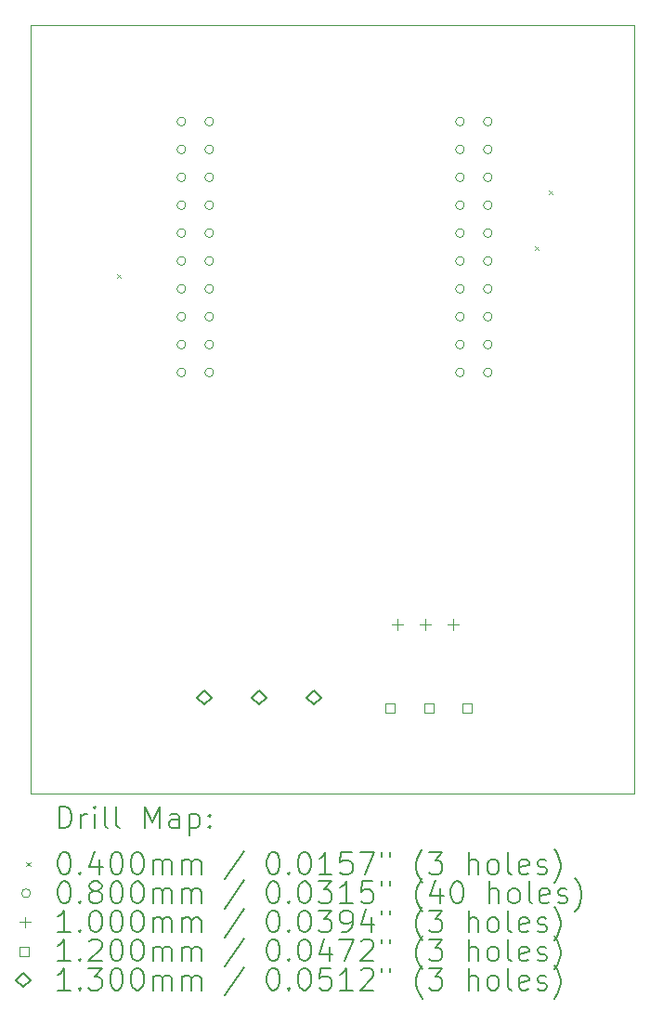
<source format=gbr>
%TF.GenerationSoftware,KiCad,Pcbnew,7.0.7*%
%TF.CreationDate,2023-11-10T11:02:05-07:00*%
%TF.ProjectId,RatGDO-OpenSource-D1Mini-ESP32,52617447-444f-42d4-9f70-656e536f7572,rev?*%
%TF.SameCoordinates,Original*%
%TF.FileFunction,Drillmap*%
%TF.FilePolarity,Positive*%
%FSLAX45Y45*%
G04 Gerber Fmt 4.5, Leading zero omitted, Abs format (unit mm)*
G04 Created by KiCad (PCBNEW 7.0.7) date 2023-11-10 11:02:05*
%MOMM*%
%LPD*%
G01*
G04 APERTURE LIST*
%ADD10C,0.100000*%
%ADD11C,0.200000*%
%ADD12C,0.040000*%
%ADD13C,0.080000*%
%ADD14C,0.120000*%
%ADD15C,0.130000*%
G04 APERTURE END LIST*
D10*
X11391000Y-5715000D02*
X16891000Y-5715000D01*
X16891000Y-12715000D01*
X11391000Y-12715000D01*
X11391000Y-5715000D01*
D11*
D12*
X12172000Y-7981000D02*
X12212000Y-8021000D01*
X12212000Y-7981000D02*
X12172000Y-8021000D01*
X15982000Y-7727000D02*
X16022000Y-7767000D01*
X16022000Y-7727000D02*
X15982000Y-7767000D01*
X16109000Y-7219000D02*
X16149000Y-7259000D01*
X16149000Y-7219000D02*
X16109000Y-7259000D01*
D13*
X12802158Y-6593627D02*
G75*
G03*
X12802158Y-6593627I-40000J0D01*
G01*
X12802158Y-6847627D02*
G75*
G03*
X12802158Y-6847627I-40000J0D01*
G01*
X12802158Y-7101627D02*
G75*
G03*
X12802158Y-7101627I-40000J0D01*
G01*
X12802158Y-7355627D02*
G75*
G03*
X12802158Y-7355627I-40000J0D01*
G01*
X12802158Y-7609627D02*
G75*
G03*
X12802158Y-7609627I-40000J0D01*
G01*
X12802158Y-7863627D02*
G75*
G03*
X12802158Y-7863627I-40000J0D01*
G01*
X12802158Y-8117627D02*
G75*
G03*
X12802158Y-8117627I-40000J0D01*
G01*
X12802158Y-8371627D02*
G75*
G03*
X12802158Y-8371627I-40000J0D01*
G01*
X12802158Y-8625627D02*
G75*
G03*
X12802158Y-8625627I-40000J0D01*
G01*
X12802158Y-8879627D02*
G75*
G03*
X12802158Y-8879627I-40000J0D01*
G01*
X13056158Y-6593627D02*
G75*
G03*
X13056158Y-6593627I-40000J0D01*
G01*
X13056158Y-6847627D02*
G75*
G03*
X13056158Y-6847627I-40000J0D01*
G01*
X13056158Y-7101627D02*
G75*
G03*
X13056158Y-7101627I-40000J0D01*
G01*
X13056158Y-7355627D02*
G75*
G03*
X13056158Y-7355627I-40000J0D01*
G01*
X13056158Y-7609627D02*
G75*
G03*
X13056158Y-7609627I-40000J0D01*
G01*
X13056158Y-7863627D02*
G75*
G03*
X13056158Y-7863627I-40000J0D01*
G01*
X13056158Y-8117627D02*
G75*
G03*
X13056158Y-8117627I-40000J0D01*
G01*
X13056158Y-8371627D02*
G75*
G03*
X13056158Y-8371627I-40000J0D01*
G01*
X13056158Y-8625627D02*
G75*
G03*
X13056158Y-8625627I-40000J0D01*
G01*
X13056158Y-8879627D02*
G75*
G03*
X13056158Y-8879627I-40000J0D01*
G01*
X15342158Y-6593627D02*
G75*
G03*
X15342158Y-6593627I-40000J0D01*
G01*
X15342158Y-6847627D02*
G75*
G03*
X15342158Y-6847627I-40000J0D01*
G01*
X15342158Y-7101627D02*
G75*
G03*
X15342158Y-7101627I-40000J0D01*
G01*
X15342158Y-7355627D02*
G75*
G03*
X15342158Y-7355627I-40000J0D01*
G01*
X15342158Y-7609627D02*
G75*
G03*
X15342158Y-7609627I-40000J0D01*
G01*
X15342158Y-7863627D02*
G75*
G03*
X15342158Y-7863627I-40000J0D01*
G01*
X15342158Y-8117627D02*
G75*
G03*
X15342158Y-8117627I-40000J0D01*
G01*
X15342158Y-8371627D02*
G75*
G03*
X15342158Y-8371627I-40000J0D01*
G01*
X15342158Y-8625627D02*
G75*
G03*
X15342158Y-8625627I-40000J0D01*
G01*
X15342158Y-8879627D02*
G75*
G03*
X15342158Y-8879627I-40000J0D01*
G01*
X15596158Y-6593627D02*
G75*
G03*
X15596158Y-6593627I-40000J0D01*
G01*
X15596158Y-6847627D02*
G75*
G03*
X15596158Y-6847627I-40000J0D01*
G01*
X15596158Y-7101627D02*
G75*
G03*
X15596158Y-7101627I-40000J0D01*
G01*
X15596158Y-7355627D02*
G75*
G03*
X15596158Y-7355627I-40000J0D01*
G01*
X15596158Y-7609627D02*
G75*
G03*
X15596158Y-7609627I-40000J0D01*
G01*
X15596158Y-7863627D02*
G75*
G03*
X15596158Y-7863627I-40000J0D01*
G01*
X15596158Y-8117627D02*
G75*
G03*
X15596158Y-8117627I-40000J0D01*
G01*
X15596158Y-8371627D02*
G75*
G03*
X15596158Y-8371627I-40000J0D01*
G01*
X15596158Y-8625627D02*
G75*
G03*
X15596158Y-8625627I-40000J0D01*
G01*
X15596158Y-8879627D02*
G75*
G03*
X15596158Y-8879627I-40000J0D01*
G01*
D10*
X14732000Y-11126000D02*
X14732000Y-11226000D01*
X14682000Y-11176000D02*
X14782000Y-11176000D01*
X14986000Y-11126000D02*
X14986000Y-11226000D01*
X14936000Y-11176000D02*
X15036000Y-11176000D01*
X15240000Y-11126000D02*
X15240000Y-11226000D01*
X15190000Y-11176000D02*
X15290000Y-11176000D01*
D14*
X14709427Y-11980427D02*
X14709427Y-11895573D01*
X14624573Y-11895573D01*
X14624573Y-11980427D01*
X14709427Y-11980427D01*
X15059427Y-11980427D02*
X15059427Y-11895573D01*
X14974573Y-11895573D01*
X14974573Y-11980427D01*
X15059427Y-11980427D01*
X15409427Y-11980427D02*
X15409427Y-11895573D01*
X15324573Y-11895573D01*
X15324573Y-11980427D01*
X15409427Y-11980427D01*
D15*
X12970000Y-11906500D02*
X13035000Y-11841500D01*
X12970000Y-11776500D01*
X12905000Y-11841500D01*
X12970000Y-11906500D01*
X13470000Y-11906500D02*
X13535000Y-11841500D01*
X13470000Y-11776500D01*
X13405000Y-11841500D01*
X13470000Y-11906500D01*
X13970000Y-11906500D02*
X14035000Y-11841500D01*
X13970000Y-11776500D01*
X13905000Y-11841500D01*
X13970000Y-11906500D01*
D11*
X11646777Y-13031484D02*
X11646777Y-12831484D01*
X11646777Y-12831484D02*
X11694396Y-12831484D01*
X11694396Y-12831484D02*
X11722967Y-12841008D01*
X11722967Y-12841008D02*
X11742015Y-12860055D01*
X11742015Y-12860055D02*
X11751539Y-12879103D01*
X11751539Y-12879103D02*
X11761062Y-12917198D01*
X11761062Y-12917198D02*
X11761062Y-12945769D01*
X11761062Y-12945769D02*
X11751539Y-12983865D01*
X11751539Y-12983865D02*
X11742015Y-13002912D01*
X11742015Y-13002912D02*
X11722967Y-13021960D01*
X11722967Y-13021960D02*
X11694396Y-13031484D01*
X11694396Y-13031484D02*
X11646777Y-13031484D01*
X11846777Y-13031484D02*
X11846777Y-12898150D01*
X11846777Y-12936246D02*
X11856301Y-12917198D01*
X11856301Y-12917198D02*
X11865824Y-12907674D01*
X11865824Y-12907674D02*
X11884872Y-12898150D01*
X11884872Y-12898150D02*
X11903920Y-12898150D01*
X11970586Y-13031484D02*
X11970586Y-12898150D01*
X11970586Y-12831484D02*
X11961062Y-12841008D01*
X11961062Y-12841008D02*
X11970586Y-12850531D01*
X11970586Y-12850531D02*
X11980110Y-12841008D01*
X11980110Y-12841008D02*
X11970586Y-12831484D01*
X11970586Y-12831484D02*
X11970586Y-12850531D01*
X12094396Y-13031484D02*
X12075348Y-13021960D01*
X12075348Y-13021960D02*
X12065824Y-13002912D01*
X12065824Y-13002912D02*
X12065824Y-12831484D01*
X12199158Y-13031484D02*
X12180110Y-13021960D01*
X12180110Y-13021960D02*
X12170586Y-13002912D01*
X12170586Y-13002912D02*
X12170586Y-12831484D01*
X12427729Y-13031484D02*
X12427729Y-12831484D01*
X12427729Y-12831484D02*
X12494396Y-12974341D01*
X12494396Y-12974341D02*
X12561062Y-12831484D01*
X12561062Y-12831484D02*
X12561062Y-13031484D01*
X12742015Y-13031484D02*
X12742015Y-12926722D01*
X12742015Y-12926722D02*
X12732491Y-12907674D01*
X12732491Y-12907674D02*
X12713443Y-12898150D01*
X12713443Y-12898150D02*
X12675348Y-12898150D01*
X12675348Y-12898150D02*
X12656301Y-12907674D01*
X12742015Y-13021960D02*
X12722967Y-13031484D01*
X12722967Y-13031484D02*
X12675348Y-13031484D01*
X12675348Y-13031484D02*
X12656301Y-13021960D01*
X12656301Y-13021960D02*
X12646777Y-13002912D01*
X12646777Y-13002912D02*
X12646777Y-12983865D01*
X12646777Y-12983865D02*
X12656301Y-12964817D01*
X12656301Y-12964817D02*
X12675348Y-12955293D01*
X12675348Y-12955293D02*
X12722967Y-12955293D01*
X12722967Y-12955293D02*
X12742015Y-12945769D01*
X12837253Y-12898150D02*
X12837253Y-13098150D01*
X12837253Y-12907674D02*
X12856301Y-12898150D01*
X12856301Y-12898150D02*
X12894396Y-12898150D01*
X12894396Y-12898150D02*
X12913443Y-12907674D01*
X12913443Y-12907674D02*
X12922967Y-12917198D01*
X12922967Y-12917198D02*
X12932491Y-12936246D01*
X12932491Y-12936246D02*
X12932491Y-12993388D01*
X12932491Y-12993388D02*
X12922967Y-13012436D01*
X12922967Y-13012436D02*
X12913443Y-13021960D01*
X12913443Y-13021960D02*
X12894396Y-13031484D01*
X12894396Y-13031484D02*
X12856301Y-13031484D01*
X12856301Y-13031484D02*
X12837253Y-13021960D01*
X13018205Y-13012436D02*
X13027729Y-13021960D01*
X13027729Y-13021960D02*
X13018205Y-13031484D01*
X13018205Y-13031484D02*
X13008682Y-13021960D01*
X13008682Y-13021960D02*
X13018205Y-13012436D01*
X13018205Y-13012436D02*
X13018205Y-13031484D01*
X13018205Y-12907674D02*
X13027729Y-12917198D01*
X13027729Y-12917198D02*
X13018205Y-12926722D01*
X13018205Y-12926722D02*
X13008682Y-12917198D01*
X13008682Y-12917198D02*
X13018205Y-12907674D01*
X13018205Y-12907674D02*
X13018205Y-12926722D01*
D12*
X11346000Y-13340000D02*
X11386000Y-13380000D01*
X11386000Y-13340000D02*
X11346000Y-13380000D01*
D11*
X11684872Y-13251484D02*
X11703920Y-13251484D01*
X11703920Y-13251484D02*
X11722967Y-13261008D01*
X11722967Y-13261008D02*
X11732491Y-13270531D01*
X11732491Y-13270531D02*
X11742015Y-13289579D01*
X11742015Y-13289579D02*
X11751539Y-13327674D01*
X11751539Y-13327674D02*
X11751539Y-13375293D01*
X11751539Y-13375293D02*
X11742015Y-13413388D01*
X11742015Y-13413388D02*
X11732491Y-13432436D01*
X11732491Y-13432436D02*
X11722967Y-13441960D01*
X11722967Y-13441960D02*
X11703920Y-13451484D01*
X11703920Y-13451484D02*
X11684872Y-13451484D01*
X11684872Y-13451484D02*
X11665824Y-13441960D01*
X11665824Y-13441960D02*
X11656301Y-13432436D01*
X11656301Y-13432436D02*
X11646777Y-13413388D01*
X11646777Y-13413388D02*
X11637253Y-13375293D01*
X11637253Y-13375293D02*
X11637253Y-13327674D01*
X11637253Y-13327674D02*
X11646777Y-13289579D01*
X11646777Y-13289579D02*
X11656301Y-13270531D01*
X11656301Y-13270531D02*
X11665824Y-13261008D01*
X11665824Y-13261008D02*
X11684872Y-13251484D01*
X11837253Y-13432436D02*
X11846777Y-13441960D01*
X11846777Y-13441960D02*
X11837253Y-13451484D01*
X11837253Y-13451484D02*
X11827729Y-13441960D01*
X11827729Y-13441960D02*
X11837253Y-13432436D01*
X11837253Y-13432436D02*
X11837253Y-13451484D01*
X12018205Y-13318150D02*
X12018205Y-13451484D01*
X11970586Y-13241960D02*
X11922967Y-13384817D01*
X11922967Y-13384817D02*
X12046777Y-13384817D01*
X12161062Y-13251484D02*
X12180110Y-13251484D01*
X12180110Y-13251484D02*
X12199158Y-13261008D01*
X12199158Y-13261008D02*
X12208682Y-13270531D01*
X12208682Y-13270531D02*
X12218205Y-13289579D01*
X12218205Y-13289579D02*
X12227729Y-13327674D01*
X12227729Y-13327674D02*
X12227729Y-13375293D01*
X12227729Y-13375293D02*
X12218205Y-13413388D01*
X12218205Y-13413388D02*
X12208682Y-13432436D01*
X12208682Y-13432436D02*
X12199158Y-13441960D01*
X12199158Y-13441960D02*
X12180110Y-13451484D01*
X12180110Y-13451484D02*
X12161062Y-13451484D01*
X12161062Y-13451484D02*
X12142015Y-13441960D01*
X12142015Y-13441960D02*
X12132491Y-13432436D01*
X12132491Y-13432436D02*
X12122967Y-13413388D01*
X12122967Y-13413388D02*
X12113443Y-13375293D01*
X12113443Y-13375293D02*
X12113443Y-13327674D01*
X12113443Y-13327674D02*
X12122967Y-13289579D01*
X12122967Y-13289579D02*
X12132491Y-13270531D01*
X12132491Y-13270531D02*
X12142015Y-13261008D01*
X12142015Y-13261008D02*
X12161062Y-13251484D01*
X12351539Y-13251484D02*
X12370586Y-13251484D01*
X12370586Y-13251484D02*
X12389634Y-13261008D01*
X12389634Y-13261008D02*
X12399158Y-13270531D01*
X12399158Y-13270531D02*
X12408682Y-13289579D01*
X12408682Y-13289579D02*
X12418205Y-13327674D01*
X12418205Y-13327674D02*
X12418205Y-13375293D01*
X12418205Y-13375293D02*
X12408682Y-13413388D01*
X12408682Y-13413388D02*
X12399158Y-13432436D01*
X12399158Y-13432436D02*
X12389634Y-13441960D01*
X12389634Y-13441960D02*
X12370586Y-13451484D01*
X12370586Y-13451484D02*
X12351539Y-13451484D01*
X12351539Y-13451484D02*
X12332491Y-13441960D01*
X12332491Y-13441960D02*
X12322967Y-13432436D01*
X12322967Y-13432436D02*
X12313443Y-13413388D01*
X12313443Y-13413388D02*
X12303920Y-13375293D01*
X12303920Y-13375293D02*
X12303920Y-13327674D01*
X12303920Y-13327674D02*
X12313443Y-13289579D01*
X12313443Y-13289579D02*
X12322967Y-13270531D01*
X12322967Y-13270531D02*
X12332491Y-13261008D01*
X12332491Y-13261008D02*
X12351539Y-13251484D01*
X12503920Y-13451484D02*
X12503920Y-13318150D01*
X12503920Y-13337198D02*
X12513443Y-13327674D01*
X12513443Y-13327674D02*
X12532491Y-13318150D01*
X12532491Y-13318150D02*
X12561063Y-13318150D01*
X12561063Y-13318150D02*
X12580110Y-13327674D01*
X12580110Y-13327674D02*
X12589634Y-13346722D01*
X12589634Y-13346722D02*
X12589634Y-13451484D01*
X12589634Y-13346722D02*
X12599158Y-13327674D01*
X12599158Y-13327674D02*
X12618205Y-13318150D01*
X12618205Y-13318150D02*
X12646777Y-13318150D01*
X12646777Y-13318150D02*
X12665824Y-13327674D01*
X12665824Y-13327674D02*
X12675348Y-13346722D01*
X12675348Y-13346722D02*
X12675348Y-13451484D01*
X12770586Y-13451484D02*
X12770586Y-13318150D01*
X12770586Y-13337198D02*
X12780110Y-13327674D01*
X12780110Y-13327674D02*
X12799158Y-13318150D01*
X12799158Y-13318150D02*
X12827729Y-13318150D01*
X12827729Y-13318150D02*
X12846777Y-13327674D01*
X12846777Y-13327674D02*
X12856301Y-13346722D01*
X12856301Y-13346722D02*
X12856301Y-13451484D01*
X12856301Y-13346722D02*
X12865824Y-13327674D01*
X12865824Y-13327674D02*
X12884872Y-13318150D01*
X12884872Y-13318150D02*
X12913443Y-13318150D01*
X12913443Y-13318150D02*
X12932491Y-13327674D01*
X12932491Y-13327674D02*
X12942015Y-13346722D01*
X12942015Y-13346722D02*
X12942015Y-13451484D01*
X13332491Y-13241960D02*
X13161063Y-13499103D01*
X13589634Y-13251484D02*
X13608682Y-13251484D01*
X13608682Y-13251484D02*
X13627729Y-13261008D01*
X13627729Y-13261008D02*
X13637253Y-13270531D01*
X13637253Y-13270531D02*
X13646777Y-13289579D01*
X13646777Y-13289579D02*
X13656301Y-13327674D01*
X13656301Y-13327674D02*
X13656301Y-13375293D01*
X13656301Y-13375293D02*
X13646777Y-13413388D01*
X13646777Y-13413388D02*
X13637253Y-13432436D01*
X13637253Y-13432436D02*
X13627729Y-13441960D01*
X13627729Y-13441960D02*
X13608682Y-13451484D01*
X13608682Y-13451484D02*
X13589634Y-13451484D01*
X13589634Y-13451484D02*
X13570586Y-13441960D01*
X13570586Y-13441960D02*
X13561063Y-13432436D01*
X13561063Y-13432436D02*
X13551539Y-13413388D01*
X13551539Y-13413388D02*
X13542015Y-13375293D01*
X13542015Y-13375293D02*
X13542015Y-13327674D01*
X13542015Y-13327674D02*
X13551539Y-13289579D01*
X13551539Y-13289579D02*
X13561063Y-13270531D01*
X13561063Y-13270531D02*
X13570586Y-13261008D01*
X13570586Y-13261008D02*
X13589634Y-13251484D01*
X13742015Y-13432436D02*
X13751539Y-13441960D01*
X13751539Y-13441960D02*
X13742015Y-13451484D01*
X13742015Y-13451484D02*
X13732491Y-13441960D01*
X13732491Y-13441960D02*
X13742015Y-13432436D01*
X13742015Y-13432436D02*
X13742015Y-13451484D01*
X13875348Y-13251484D02*
X13894396Y-13251484D01*
X13894396Y-13251484D02*
X13913444Y-13261008D01*
X13913444Y-13261008D02*
X13922967Y-13270531D01*
X13922967Y-13270531D02*
X13932491Y-13289579D01*
X13932491Y-13289579D02*
X13942015Y-13327674D01*
X13942015Y-13327674D02*
X13942015Y-13375293D01*
X13942015Y-13375293D02*
X13932491Y-13413388D01*
X13932491Y-13413388D02*
X13922967Y-13432436D01*
X13922967Y-13432436D02*
X13913444Y-13441960D01*
X13913444Y-13441960D02*
X13894396Y-13451484D01*
X13894396Y-13451484D02*
X13875348Y-13451484D01*
X13875348Y-13451484D02*
X13856301Y-13441960D01*
X13856301Y-13441960D02*
X13846777Y-13432436D01*
X13846777Y-13432436D02*
X13837253Y-13413388D01*
X13837253Y-13413388D02*
X13827729Y-13375293D01*
X13827729Y-13375293D02*
X13827729Y-13327674D01*
X13827729Y-13327674D02*
X13837253Y-13289579D01*
X13837253Y-13289579D02*
X13846777Y-13270531D01*
X13846777Y-13270531D02*
X13856301Y-13261008D01*
X13856301Y-13261008D02*
X13875348Y-13251484D01*
X14132491Y-13451484D02*
X14018206Y-13451484D01*
X14075348Y-13451484D02*
X14075348Y-13251484D01*
X14075348Y-13251484D02*
X14056301Y-13280055D01*
X14056301Y-13280055D02*
X14037253Y-13299103D01*
X14037253Y-13299103D02*
X14018206Y-13308627D01*
X14313444Y-13251484D02*
X14218206Y-13251484D01*
X14218206Y-13251484D02*
X14208682Y-13346722D01*
X14208682Y-13346722D02*
X14218206Y-13337198D01*
X14218206Y-13337198D02*
X14237253Y-13327674D01*
X14237253Y-13327674D02*
X14284872Y-13327674D01*
X14284872Y-13327674D02*
X14303920Y-13337198D01*
X14303920Y-13337198D02*
X14313444Y-13346722D01*
X14313444Y-13346722D02*
X14322967Y-13365769D01*
X14322967Y-13365769D02*
X14322967Y-13413388D01*
X14322967Y-13413388D02*
X14313444Y-13432436D01*
X14313444Y-13432436D02*
X14303920Y-13441960D01*
X14303920Y-13441960D02*
X14284872Y-13451484D01*
X14284872Y-13451484D02*
X14237253Y-13451484D01*
X14237253Y-13451484D02*
X14218206Y-13441960D01*
X14218206Y-13441960D02*
X14208682Y-13432436D01*
X14389634Y-13251484D02*
X14522967Y-13251484D01*
X14522967Y-13251484D02*
X14437253Y-13451484D01*
X14589634Y-13251484D02*
X14589634Y-13289579D01*
X14665825Y-13251484D02*
X14665825Y-13289579D01*
X14961063Y-13527674D02*
X14951539Y-13518150D01*
X14951539Y-13518150D02*
X14932491Y-13489579D01*
X14932491Y-13489579D02*
X14922968Y-13470531D01*
X14922968Y-13470531D02*
X14913444Y-13441960D01*
X14913444Y-13441960D02*
X14903920Y-13394341D01*
X14903920Y-13394341D02*
X14903920Y-13356246D01*
X14903920Y-13356246D02*
X14913444Y-13308627D01*
X14913444Y-13308627D02*
X14922968Y-13280055D01*
X14922968Y-13280055D02*
X14932491Y-13261008D01*
X14932491Y-13261008D02*
X14951539Y-13232436D01*
X14951539Y-13232436D02*
X14961063Y-13222912D01*
X15018206Y-13251484D02*
X15142015Y-13251484D01*
X15142015Y-13251484D02*
X15075348Y-13327674D01*
X15075348Y-13327674D02*
X15103920Y-13327674D01*
X15103920Y-13327674D02*
X15122968Y-13337198D01*
X15122968Y-13337198D02*
X15132491Y-13346722D01*
X15132491Y-13346722D02*
X15142015Y-13365769D01*
X15142015Y-13365769D02*
X15142015Y-13413388D01*
X15142015Y-13413388D02*
X15132491Y-13432436D01*
X15132491Y-13432436D02*
X15122968Y-13441960D01*
X15122968Y-13441960D02*
X15103920Y-13451484D01*
X15103920Y-13451484D02*
X15046777Y-13451484D01*
X15046777Y-13451484D02*
X15027729Y-13441960D01*
X15027729Y-13441960D02*
X15018206Y-13432436D01*
X15380110Y-13451484D02*
X15380110Y-13251484D01*
X15465825Y-13451484D02*
X15465825Y-13346722D01*
X15465825Y-13346722D02*
X15456301Y-13327674D01*
X15456301Y-13327674D02*
X15437253Y-13318150D01*
X15437253Y-13318150D02*
X15408682Y-13318150D01*
X15408682Y-13318150D02*
X15389634Y-13327674D01*
X15389634Y-13327674D02*
X15380110Y-13337198D01*
X15589634Y-13451484D02*
X15570587Y-13441960D01*
X15570587Y-13441960D02*
X15561063Y-13432436D01*
X15561063Y-13432436D02*
X15551539Y-13413388D01*
X15551539Y-13413388D02*
X15551539Y-13356246D01*
X15551539Y-13356246D02*
X15561063Y-13337198D01*
X15561063Y-13337198D02*
X15570587Y-13327674D01*
X15570587Y-13327674D02*
X15589634Y-13318150D01*
X15589634Y-13318150D02*
X15618206Y-13318150D01*
X15618206Y-13318150D02*
X15637253Y-13327674D01*
X15637253Y-13327674D02*
X15646777Y-13337198D01*
X15646777Y-13337198D02*
X15656301Y-13356246D01*
X15656301Y-13356246D02*
X15656301Y-13413388D01*
X15656301Y-13413388D02*
X15646777Y-13432436D01*
X15646777Y-13432436D02*
X15637253Y-13441960D01*
X15637253Y-13441960D02*
X15618206Y-13451484D01*
X15618206Y-13451484D02*
X15589634Y-13451484D01*
X15770587Y-13451484D02*
X15751539Y-13441960D01*
X15751539Y-13441960D02*
X15742015Y-13422912D01*
X15742015Y-13422912D02*
X15742015Y-13251484D01*
X15922968Y-13441960D02*
X15903920Y-13451484D01*
X15903920Y-13451484D02*
X15865825Y-13451484D01*
X15865825Y-13451484D02*
X15846777Y-13441960D01*
X15846777Y-13441960D02*
X15837253Y-13422912D01*
X15837253Y-13422912D02*
X15837253Y-13346722D01*
X15837253Y-13346722D02*
X15846777Y-13327674D01*
X15846777Y-13327674D02*
X15865825Y-13318150D01*
X15865825Y-13318150D02*
X15903920Y-13318150D01*
X15903920Y-13318150D02*
X15922968Y-13327674D01*
X15922968Y-13327674D02*
X15932491Y-13346722D01*
X15932491Y-13346722D02*
X15932491Y-13365769D01*
X15932491Y-13365769D02*
X15837253Y-13384817D01*
X16008682Y-13441960D02*
X16027730Y-13451484D01*
X16027730Y-13451484D02*
X16065825Y-13451484D01*
X16065825Y-13451484D02*
X16084872Y-13441960D01*
X16084872Y-13441960D02*
X16094396Y-13422912D01*
X16094396Y-13422912D02*
X16094396Y-13413388D01*
X16094396Y-13413388D02*
X16084872Y-13394341D01*
X16084872Y-13394341D02*
X16065825Y-13384817D01*
X16065825Y-13384817D02*
X16037253Y-13384817D01*
X16037253Y-13384817D02*
X16018206Y-13375293D01*
X16018206Y-13375293D02*
X16008682Y-13356246D01*
X16008682Y-13356246D02*
X16008682Y-13346722D01*
X16008682Y-13346722D02*
X16018206Y-13327674D01*
X16018206Y-13327674D02*
X16037253Y-13318150D01*
X16037253Y-13318150D02*
X16065825Y-13318150D01*
X16065825Y-13318150D02*
X16084872Y-13327674D01*
X16161063Y-13527674D02*
X16170587Y-13518150D01*
X16170587Y-13518150D02*
X16189634Y-13489579D01*
X16189634Y-13489579D02*
X16199158Y-13470531D01*
X16199158Y-13470531D02*
X16208682Y-13441960D01*
X16208682Y-13441960D02*
X16218206Y-13394341D01*
X16218206Y-13394341D02*
X16218206Y-13356246D01*
X16218206Y-13356246D02*
X16208682Y-13308627D01*
X16208682Y-13308627D02*
X16199158Y-13280055D01*
X16199158Y-13280055D02*
X16189634Y-13261008D01*
X16189634Y-13261008D02*
X16170587Y-13232436D01*
X16170587Y-13232436D02*
X16161063Y-13222912D01*
D13*
X11386000Y-13624000D02*
G75*
G03*
X11386000Y-13624000I-40000J0D01*
G01*
D11*
X11684872Y-13515484D02*
X11703920Y-13515484D01*
X11703920Y-13515484D02*
X11722967Y-13525008D01*
X11722967Y-13525008D02*
X11732491Y-13534531D01*
X11732491Y-13534531D02*
X11742015Y-13553579D01*
X11742015Y-13553579D02*
X11751539Y-13591674D01*
X11751539Y-13591674D02*
X11751539Y-13639293D01*
X11751539Y-13639293D02*
X11742015Y-13677388D01*
X11742015Y-13677388D02*
X11732491Y-13696436D01*
X11732491Y-13696436D02*
X11722967Y-13705960D01*
X11722967Y-13705960D02*
X11703920Y-13715484D01*
X11703920Y-13715484D02*
X11684872Y-13715484D01*
X11684872Y-13715484D02*
X11665824Y-13705960D01*
X11665824Y-13705960D02*
X11656301Y-13696436D01*
X11656301Y-13696436D02*
X11646777Y-13677388D01*
X11646777Y-13677388D02*
X11637253Y-13639293D01*
X11637253Y-13639293D02*
X11637253Y-13591674D01*
X11637253Y-13591674D02*
X11646777Y-13553579D01*
X11646777Y-13553579D02*
X11656301Y-13534531D01*
X11656301Y-13534531D02*
X11665824Y-13525008D01*
X11665824Y-13525008D02*
X11684872Y-13515484D01*
X11837253Y-13696436D02*
X11846777Y-13705960D01*
X11846777Y-13705960D02*
X11837253Y-13715484D01*
X11837253Y-13715484D02*
X11827729Y-13705960D01*
X11827729Y-13705960D02*
X11837253Y-13696436D01*
X11837253Y-13696436D02*
X11837253Y-13715484D01*
X11961062Y-13601198D02*
X11942015Y-13591674D01*
X11942015Y-13591674D02*
X11932491Y-13582150D01*
X11932491Y-13582150D02*
X11922967Y-13563103D01*
X11922967Y-13563103D02*
X11922967Y-13553579D01*
X11922967Y-13553579D02*
X11932491Y-13534531D01*
X11932491Y-13534531D02*
X11942015Y-13525008D01*
X11942015Y-13525008D02*
X11961062Y-13515484D01*
X11961062Y-13515484D02*
X11999158Y-13515484D01*
X11999158Y-13515484D02*
X12018205Y-13525008D01*
X12018205Y-13525008D02*
X12027729Y-13534531D01*
X12027729Y-13534531D02*
X12037253Y-13553579D01*
X12037253Y-13553579D02*
X12037253Y-13563103D01*
X12037253Y-13563103D02*
X12027729Y-13582150D01*
X12027729Y-13582150D02*
X12018205Y-13591674D01*
X12018205Y-13591674D02*
X11999158Y-13601198D01*
X11999158Y-13601198D02*
X11961062Y-13601198D01*
X11961062Y-13601198D02*
X11942015Y-13610722D01*
X11942015Y-13610722D02*
X11932491Y-13620246D01*
X11932491Y-13620246D02*
X11922967Y-13639293D01*
X11922967Y-13639293D02*
X11922967Y-13677388D01*
X11922967Y-13677388D02*
X11932491Y-13696436D01*
X11932491Y-13696436D02*
X11942015Y-13705960D01*
X11942015Y-13705960D02*
X11961062Y-13715484D01*
X11961062Y-13715484D02*
X11999158Y-13715484D01*
X11999158Y-13715484D02*
X12018205Y-13705960D01*
X12018205Y-13705960D02*
X12027729Y-13696436D01*
X12027729Y-13696436D02*
X12037253Y-13677388D01*
X12037253Y-13677388D02*
X12037253Y-13639293D01*
X12037253Y-13639293D02*
X12027729Y-13620246D01*
X12027729Y-13620246D02*
X12018205Y-13610722D01*
X12018205Y-13610722D02*
X11999158Y-13601198D01*
X12161062Y-13515484D02*
X12180110Y-13515484D01*
X12180110Y-13515484D02*
X12199158Y-13525008D01*
X12199158Y-13525008D02*
X12208682Y-13534531D01*
X12208682Y-13534531D02*
X12218205Y-13553579D01*
X12218205Y-13553579D02*
X12227729Y-13591674D01*
X12227729Y-13591674D02*
X12227729Y-13639293D01*
X12227729Y-13639293D02*
X12218205Y-13677388D01*
X12218205Y-13677388D02*
X12208682Y-13696436D01*
X12208682Y-13696436D02*
X12199158Y-13705960D01*
X12199158Y-13705960D02*
X12180110Y-13715484D01*
X12180110Y-13715484D02*
X12161062Y-13715484D01*
X12161062Y-13715484D02*
X12142015Y-13705960D01*
X12142015Y-13705960D02*
X12132491Y-13696436D01*
X12132491Y-13696436D02*
X12122967Y-13677388D01*
X12122967Y-13677388D02*
X12113443Y-13639293D01*
X12113443Y-13639293D02*
X12113443Y-13591674D01*
X12113443Y-13591674D02*
X12122967Y-13553579D01*
X12122967Y-13553579D02*
X12132491Y-13534531D01*
X12132491Y-13534531D02*
X12142015Y-13525008D01*
X12142015Y-13525008D02*
X12161062Y-13515484D01*
X12351539Y-13515484D02*
X12370586Y-13515484D01*
X12370586Y-13515484D02*
X12389634Y-13525008D01*
X12389634Y-13525008D02*
X12399158Y-13534531D01*
X12399158Y-13534531D02*
X12408682Y-13553579D01*
X12408682Y-13553579D02*
X12418205Y-13591674D01*
X12418205Y-13591674D02*
X12418205Y-13639293D01*
X12418205Y-13639293D02*
X12408682Y-13677388D01*
X12408682Y-13677388D02*
X12399158Y-13696436D01*
X12399158Y-13696436D02*
X12389634Y-13705960D01*
X12389634Y-13705960D02*
X12370586Y-13715484D01*
X12370586Y-13715484D02*
X12351539Y-13715484D01*
X12351539Y-13715484D02*
X12332491Y-13705960D01*
X12332491Y-13705960D02*
X12322967Y-13696436D01*
X12322967Y-13696436D02*
X12313443Y-13677388D01*
X12313443Y-13677388D02*
X12303920Y-13639293D01*
X12303920Y-13639293D02*
X12303920Y-13591674D01*
X12303920Y-13591674D02*
X12313443Y-13553579D01*
X12313443Y-13553579D02*
X12322967Y-13534531D01*
X12322967Y-13534531D02*
X12332491Y-13525008D01*
X12332491Y-13525008D02*
X12351539Y-13515484D01*
X12503920Y-13715484D02*
X12503920Y-13582150D01*
X12503920Y-13601198D02*
X12513443Y-13591674D01*
X12513443Y-13591674D02*
X12532491Y-13582150D01*
X12532491Y-13582150D02*
X12561063Y-13582150D01*
X12561063Y-13582150D02*
X12580110Y-13591674D01*
X12580110Y-13591674D02*
X12589634Y-13610722D01*
X12589634Y-13610722D02*
X12589634Y-13715484D01*
X12589634Y-13610722D02*
X12599158Y-13591674D01*
X12599158Y-13591674D02*
X12618205Y-13582150D01*
X12618205Y-13582150D02*
X12646777Y-13582150D01*
X12646777Y-13582150D02*
X12665824Y-13591674D01*
X12665824Y-13591674D02*
X12675348Y-13610722D01*
X12675348Y-13610722D02*
X12675348Y-13715484D01*
X12770586Y-13715484D02*
X12770586Y-13582150D01*
X12770586Y-13601198D02*
X12780110Y-13591674D01*
X12780110Y-13591674D02*
X12799158Y-13582150D01*
X12799158Y-13582150D02*
X12827729Y-13582150D01*
X12827729Y-13582150D02*
X12846777Y-13591674D01*
X12846777Y-13591674D02*
X12856301Y-13610722D01*
X12856301Y-13610722D02*
X12856301Y-13715484D01*
X12856301Y-13610722D02*
X12865824Y-13591674D01*
X12865824Y-13591674D02*
X12884872Y-13582150D01*
X12884872Y-13582150D02*
X12913443Y-13582150D01*
X12913443Y-13582150D02*
X12932491Y-13591674D01*
X12932491Y-13591674D02*
X12942015Y-13610722D01*
X12942015Y-13610722D02*
X12942015Y-13715484D01*
X13332491Y-13505960D02*
X13161063Y-13763103D01*
X13589634Y-13515484D02*
X13608682Y-13515484D01*
X13608682Y-13515484D02*
X13627729Y-13525008D01*
X13627729Y-13525008D02*
X13637253Y-13534531D01*
X13637253Y-13534531D02*
X13646777Y-13553579D01*
X13646777Y-13553579D02*
X13656301Y-13591674D01*
X13656301Y-13591674D02*
X13656301Y-13639293D01*
X13656301Y-13639293D02*
X13646777Y-13677388D01*
X13646777Y-13677388D02*
X13637253Y-13696436D01*
X13637253Y-13696436D02*
X13627729Y-13705960D01*
X13627729Y-13705960D02*
X13608682Y-13715484D01*
X13608682Y-13715484D02*
X13589634Y-13715484D01*
X13589634Y-13715484D02*
X13570586Y-13705960D01*
X13570586Y-13705960D02*
X13561063Y-13696436D01*
X13561063Y-13696436D02*
X13551539Y-13677388D01*
X13551539Y-13677388D02*
X13542015Y-13639293D01*
X13542015Y-13639293D02*
X13542015Y-13591674D01*
X13542015Y-13591674D02*
X13551539Y-13553579D01*
X13551539Y-13553579D02*
X13561063Y-13534531D01*
X13561063Y-13534531D02*
X13570586Y-13525008D01*
X13570586Y-13525008D02*
X13589634Y-13515484D01*
X13742015Y-13696436D02*
X13751539Y-13705960D01*
X13751539Y-13705960D02*
X13742015Y-13715484D01*
X13742015Y-13715484D02*
X13732491Y-13705960D01*
X13732491Y-13705960D02*
X13742015Y-13696436D01*
X13742015Y-13696436D02*
X13742015Y-13715484D01*
X13875348Y-13515484D02*
X13894396Y-13515484D01*
X13894396Y-13515484D02*
X13913444Y-13525008D01*
X13913444Y-13525008D02*
X13922967Y-13534531D01*
X13922967Y-13534531D02*
X13932491Y-13553579D01*
X13932491Y-13553579D02*
X13942015Y-13591674D01*
X13942015Y-13591674D02*
X13942015Y-13639293D01*
X13942015Y-13639293D02*
X13932491Y-13677388D01*
X13932491Y-13677388D02*
X13922967Y-13696436D01*
X13922967Y-13696436D02*
X13913444Y-13705960D01*
X13913444Y-13705960D02*
X13894396Y-13715484D01*
X13894396Y-13715484D02*
X13875348Y-13715484D01*
X13875348Y-13715484D02*
X13856301Y-13705960D01*
X13856301Y-13705960D02*
X13846777Y-13696436D01*
X13846777Y-13696436D02*
X13837253Y-13677388D01*
X13837253Y-13677388D02*
X13827729Y-13639293D01*
X13827729Y-13639293D02*
X13827729Y-13591674D01*
X13827729Y-13591674D02*
X13837253Y-13553579D01*
X13837253Y-13553579D02*
X13846777Y-13534531D01*
X13846777Y-13534531D02*
X13856301Y-13525008D01*
X13856301Y-13525008D02*
X13875348Y-13515484D01*
X14008682Y-13515484D02*
X14132491Y-13515484D01*
X14132491Y-13515484D02*
X14065825Y-13591674D01*
X14065825Y-13591674D02*
X14094396Y-13591674D01*
X14094396Y-13591674D02*
X14113444Y-13601198D01*
X14113444Y-13601198D02*
X14122967Y-13610722D01*
X14122967Y-13610722D02*
X14132491Y-13629769D01*
X14132491Y-13629769D02*
X14132491Y-13677388D01*
X14132491Y-13677388D02*
X14122967Y-13696436D01*
X14122967Y-13696436D02*
X14113444Y-13705960D01*
X14113444Y-13705960D02*
X14094396Y-13715484D01*
X14094396Y-13715484D02*
X14037253Y-13715484D01*
X14037253Y-13715484D02*
X14018206Y-13705960D01*
X14018206Y-13705960D02*
X14008682Y-13696436D01*
X14322967Y-13715484D02*
X14208682Y-13715484D01*
X14265825Y-13715484D02*
X14265825Y-13515484D01*
X14265825Y-13515484D02*
X14246777Y-13544055D01*
X14246777Y-13544055D02*
X14227729Y-13563103D01*
X14227729Y-13563103D02*
X14208682Y-13572627D01*
X14503920Y-13515484D02*
X14408682Y-13515484D01*
X14408682Y-13515484D02*
X14399158Y-13610722D01*
X14399158Y-13610722D02*
X14408682Y-13601198D01*
X14408682Y-13601198D02*
X14427729Y-13591674D01*
X14427729Y-13591674D02*
X14475348Y-13591674D01*
X14475348Y-13591674D02*
X14494396Y-13601198D01*
X14494396Y-13601198D02*
X14503920Y-13610722D01*
X14503920Y-13610722D02*
X14513444Y-13629769D01*
X14513444Y-13629769D02*
X14513444Y-13677388D01*
X14513444Y-13677388D02*
X14503920Y-13696436D01*
X14503920Y-13696436D02*
X14494396Y-13705960D01*
X14494396Y-13705960D02*
X14475348Y-13715484D01*
X14475348Y-13715484D02*
X14427729Y-13715484D01*
X14427729Y-13715484D02*
X14408682Y-13705960D01*
X14408682Y-13705960D02*
X14399158Y-13696436D01*
X14589634Y-13515484D02*
X14589634Y-13553579D01*
X14665825Y-13515484D02*
X14665825Y-13553579D01*
X14961063Y-13791674D02*
X14951539Y-13782150D01*
X14951539Y-13782150D02*
X14932491Y-13753579D01*
X14932491Y-13753579D02*
X14922968Y-13734531D01*
X14922968Y-13734531D02*
X14913444Y-13705960D01*
X14913444Y-13705960D02*
X14903920Y-13658341D01*
X14903920Y-13658341D02*
X14903920Y-13620246D01*
X14903920Y-13620246D02*
X14913444Y-13572627D01*
X14913444Y-13572627D02*
X14922968Y-13544055D01*
X14922968Y-13544055D02*
X14932491Y-13525008D01*
X14932491Y-13525008D02*
X14951539Y-13496436D01*
X14951539Y-13496436D02*
X14961063Y-13486912D01*
X15122968Y-13582150D02*
X15122968Y-13715484D01*
X15075348Y-13505960D02*
X15027729Y-13648817D01*
X15027729Y-13648817D02*
X15151539Y-13648817D01*
X15265825Y-13515484D02*
X15284872Y-13515484D01*
X15284872Y-13515484D02*
X15303920Y-13525008D01*
X15303920Y-13525008D02*
X15313444Y-13534531D01*
X15313444Y-13534531D02*
X15322968Y-13553579D01*
X15322968Y-13553579D02*
X15332491Y-13591674D01*
X15332491Y-13591674D02*
X15332491Y-13639293D01*
X15332491Y-13639293D02*
X15322968Y-13677388D01*
X15322968Y-13677388D02*
X15313444Y-13696436D01*
X15313444Y-13696436D02*
X15303920Y-13705960D01*
X15303920Y-13705960D02*
X15284872Y-13715484D01*
X15284872Y-13715484D02*
X15265825Y-13715484D01*
X15265825Y-13715484D02*
X15246777Y-13705960D01*
X15246777Y-13705960D02*
X15237253Y-13696436D01*
X15237253Y-13696436D02*
X15227729Y-13677388D01*
X15227729Y-13677388D02*
X15218206Y-13639293D01*
X15218206Y-13639293D02*
X15218206Y-13591674D01*
X15218206Y-13591674D02*
X15227729Y-13553579D01*
X15227729Y-13553579D02*
X15237253Y-13534531D01*
X15237253Y-13534531D02*
X15246777Y-13525008D01*
X15246777Y-13525008D02*
X15265825Y-13515484D01*
X15570587Y-13715484D02*
X15570587Y-13515484D01*
X15656301Y-13715484D02*
X15656301Y-13610722D01*
X15656301Y-13610722D02*
X15646777Y-13591674D01*
X15646777Y-13591674D02*
X15627730Y-13582150D01*
X15627730Y-13582150D02*
X15599158Y-13582150D01*
X15599158Y-13582150D02*
X15580110Y-13591674D01*
X15580110Y-13591674D02*
X15570587Y-13601198D01*
X15780110Y-13715484D02*
X15761063Y-13705960D01*
X15761063Y-13705960D02*
X15751539Y-13696436D01*
X15751539Y-13696436D02*
X15742015Y-13677388D01*
X15742015Y-13677388D02*
X15742015Y-13620246D01*
X15742015Y-13620246D02*
X15751539Y-13601198D01*
X15751539Y-13601198D02*
X15761063Y-13591674D01*
X15761063Y-13591674D02*
X15780110Y-13582150D01*
X15780110Y-13582150D02*
X15808682Y-13582150D01*
X15808682Y-13582150D02*
X15827730Y-13591674D01*
X15827730Y-13591674D02*
X15837253Y-13601198D01*
X15837253Y-13601198D02*
X15846777Y-13620246D01*
X15846777Y-13620246D02*
X15846777Y-13677388D01*
X15846777Y-13677388D02*
X15837253Y-13696436D01*
X15837253Y-13696436D02*
X15827730Y-13705960D01*
X15827730Y-13705960D02*
X15808682Y-13715484D01*
X15808682Y-13715484D02*
X15780110Y-13715484D01*
X15961063Y-13715484D02*
X15942015Y-13705960D01*
X15942015Y-13705960D02*
X15932491Y-13686912D01*
X15932491Y-13686912D02*
X15932491Y-13515484D01*
X16113444Y-13705960D02*
X16094396Y-13715484D01*
X16094396Y-13715484D02*
X16056301Y-13715484D01*
X16056301Y-13715484D02*
X16037253Y-13705960D01*
X16037253Y-13705960D02*
X16027730Y-13686912D01*
X16027730Y-13686912D02*
X16027730Y-13610722D01*
X16027730Y-13610722D02*
X16037253Y-13591674D01*
X16037253Y-13591674D02*
X16056301Y-13582150D01*
X16056301Y-13582150D02*
X16094396Y-13582150D01*
X16094396Y-13582150D02*
X16113444Y-13591674D01*
X16113444Y-13591674D02*
X16122968Y-13610722D01*
X16122968Y-13610722D02*
X16122968Y-13629769D01*
X16122968Y-13629769D02*
X16027730Y-13648817D01*
X16199158Y-13705960D02*
X16218206Y-13715484D01*
X16218206Y-13715484D02*
X16256301Y-13715484D01*
X16256301Y-13715484D02*
X16275349Y-13705960D01*
X16275349Y-13705960D02*
X16284872Y-13686912D01*
X16284872Y-13686912D02*
X16284872Y-13677388D01*
X16284872Y-13677388D02*
X16275349Y-13658341D01*
X16275349Y-13658341D02*
X16256301Y-13648817D01*
X16256301Y-13648817D02*
X16227730Y-13648817D01*
X16227730Y-13648817D02*
X16208682Y-13639293D01*
X16208682Y-13639293D02*
X16199158Y-13620246D01*
X16199158Y-13620246D02*
X16199158Y-13610722D01*
X16199158Y-13610722D02*
X16208682Y-13591674D01*
X16208682Y-13591674D02*
X16227730Y-13582150D01*
X16227730Y-13582150D02*
X16256301Y-13582150D01*
X16256301Y-13582150D02*
X16275349Y-13591674D01*
X16351539Y-13791674D02*
X16361063Y-13782150D01*
X16361063Y-13782150D02*
X16380111Y-13753579D01*
X16380111Y-13753579D02*
X16389634Y-13734531D01*
X16389634Y-13734531D02*
X16399158Y-13705960D01*
X16399158Y-13705960D02*
X16408682Y-13658341D01*
X16408682Y-13658341D02*
X16408682Y-13620246D01*
X16408682Y-13620246D02*
X16399158Y-13572627D01*
X16399158Y-13572627D02*
X16389634Y-13544055D01*
X16389634Y-13544055D02*
X16380111Y-13525008D01*
X16380111Y-13525008D02*
X16361063Y-13496436D01*
X16361063Y-13496436D02*
X16351539Y-13486912D01*
D10*
X11336000Y-13838000D02*
X11336000Y-13938000D01*
X11286000Y-13888000D02*
X11386000Y-13888000D01*
D11*
X11751539Y-13979484D02*
X11637253Y-13979484D01*
X11694396Y-13979484D02*
X11694396Y-13779484D01*
X11694396Y-13779484D02*
X11675348Y-13808055D01*
X11675348Y-13808055D02*
X11656301Y-13827103D01*
X11656301Y-13827103D02*
X11637253Y-13836627D01*
X11837253Y-13960436D02*
X11846777Y-13969960D01*
X11846777Y-13969960D02*
X11837253Y-13979484D01*
X11837253Y-13979484D02*
X11827729Y-13969960D01*
X11827729Y-13969960D02*
X11837253Y-13960436D01*
X11837253Y-13960436D02*
X11837253Y-13979484D01*
X11970586Y-13779484D02*
X11989634Y-13779484D01*
X11989634Y-13779484D02*
X12008682Y-13789008D01*
X12008682Y-13789008D02*
X12018205Y-13798531D01*
X12018205Y-13798531D02*
X12027729Y-13817579D01*
X12027729Y-13817579D02*
X12037253Y-13855674D01*
X12037253Y-13855674D02*
X12037253Y-13903293D01*
X12037253Y-13903293D02*
X12027729Y-13941388D01*
X12027729Y-13941388D02*
X12018205Y-13960436D01*
X12018205Y-13960436D02*
X12008682Y-13969960D01*
X12008682Y-13969960D02*
X11989634Y-13979484D01*
X11989634Y-13979484D02*
X11970586Y-13979484D01*
X11970586Y-13979484D02*
X11951539Y-13969960D01*
X11951539Y-13969960D02*
X11942015Y-13960436D01*
X11942015Y-13960436D02*
X11932491Y-13941388D01*
X11932491Y-13941388D02*
X11922967Y-13903293D01*
X11922967Y-13903293D02*
X11922967Y-13855674D01*
X11922967Y-13855674D02*
X11932491Y-13817579D01*
X11932491Y-13817579D02*
X11942015Y-13798531D01*
X11942015Y-13798531D02*
X11951539Y-13789008D01*
X11951539Y-13789008D02*
X11970586Y-13779484D01*
X12161062Y-13779484D02*
X12180110Y-13779484D01*
X12180110Y-13779484D02*
X12199158Y-13789008D01*
X12199158Y-13789008D02*
X12208682Y-13798531D01*
X12208682Y-13798531D02*
X12218205Y-13817579D01*
X12218205Y-13817579D02*
X12227729Y-13855674D01*
X12227729Y-13855674D02*
X12227729Y-13903293D01*
X12227729Y-13903293D02*
X12218205Y-13941388D01*
X12218205Y-13941388D02*
X12208682Y-13960436D01*
X12208682Y-13960436D02*
X12199158Y-13969960D01*
X12199158Y-13969960D02*
X12180110Y-13979484D01*
X12180110Y-13979484D02*
X12161062Y-13979484D01*
X12161062Y-13979484D02*
X12142015Y-13969960D01*
X12142015Y-13969960D02*
X12132491Y-13960436D01*
X12132491Y-13960436D02*
X12122967Y-13941388D01*
X12122967Y-13941388D02*
X12113443Y-13903293D01*
X12113443Y-13903293D02*
X12113443Y-13855674D01*
X12113443Y-13855674D02*
X12122967Y-13817579D01*
X12122967Y-13817579D02*
X12132491Y-13798531D01*
X12132491Y-13798531D02*
X12142015Y-13789008D01*
X12142015Y-13789008D02*
X12161062Y-13779484D01*
X12351539Y-13779484D02*
X12370586Y-13779484D01*
X12370586Y-13779484D02*
X12389634Y-13789008D01*
X12389634Y-13789008D02*
X12399158Y-13798531D01*
X12399158Y-13798531D02*
X12408682Y-13817579D01*
X12408682Y-13817579D02*
X12418205Y-13855674D01*
X12418205Y-13855674D02*
X12418205Y-13903293D01*
X12418205Y-13903293D02*
X12408682Y-13941388D01*
X12408682Y-13941388D02*
X12399158Y-13960436D01*
X12399158Y-13960436D02*
X12389634Y-13969960D01*
X12389634Y-13969960D02*
X12370586Y-13979484D01*
X12370586Y-13979484D02*
X12351539Y-13979484D01*
X12351539Y-13979484D02*
X12332491Y-13969960D01*
X12332491Y-13969960D02*
X12322967Y-13960436D01*
X12322967Y-13960436D02*
X12313443Y-13941388D01*
X12313443Y-13941388D02*
X12303920Y-13903293D01*
X12303920Y-13903293D02*
X12303920Y-13855674D01*
X12303920Y-13855674D02*
X12313443Y-13817579D01*
X12313443Y-13817579D02*
X12322967Y-13798531D01*
X12322967Y-13798531D02*
X12332491Y-13789008D01*
X12332491Y-13789008D02*
X12351539Y-13779484D01*
X12503920Y-13979484D02*
X12503920Y-13846150D01*
X12503920Y-13865198D02*
X12513443Y-13855674D01*
X12513443Y-13855674D02*
X12532491Y-13846150D01*
X12532491Y-13846150D02*
X12561063Y-13846150D01*
X12561063Y-13846150D02*
X12580110Y-13855674D01*
X12580110Y-13855674D02*
X12589634Y-13874722D01*
X12589634Y-13874722D02*
X12589634Y-13979484D01*
X12589634Y-13874722D02*
X12599158Y-13855674D01*
X12599158Y-13855674D02*
X12618205Y-13846150D01*
X12618205Y-13846150D02*
X12646777Y-13846150D01*
X12646777Y-13846150D02*
X12665824Y-13855674D01*
X12665824Y-13855674D02*
X12675348Y-13874722D01*
X12675348Y-13874722D02*
X12675348Y-13979484D01*
X12770586Y-13979484D02*
X12770586Y-13846150D01*
X12770586Y-13865198D02*
X12780110Y-13855674D01*
X12780110Y-13855674D02*
X12799158Y-13846150D01*
X12799158Y-13846150D02*
X12827729Y-13846150D01*
X12827729Y-13846150D02*
X12846777Y-13855674D01*
X12846777Y-13855674D02*
X12856301Y-13874722D01*
X12856301Y-13874722D02*
X12856301Y-13979484D01*
X12856301Y-13874722D02*
X12865824Y-13855674D01*
X12865824Y-13855674D02*
X12884872Y-13846150D01*
X12884872Y-13846150D02*
X12913443Y-13846150D01*
X12913443Y-13846150D02*
X12932491Y-13855674D01*
X12932491Y-13855674D02*
X12942015Y-13874722D01*
X12942015Y-13874722D02*
X12942015Y-13979484D01*
X13332491Y-13769960D02*
X13161063Y-14027103D01*
X13589634Y-13779484D02*
X13608682Y-13779484D01*
X13608682Y-13779484D02*
X13627729Y-13789008D01*
X13627729Y-13789008D02*
X13637253Y-13798531D01*
X13637253Y-13798531D02*
X13646777Y-13817579D01*
X13646777Y-13817579D02*
X13656301Y-13855674D01*
X13656301Y-13855674D02*
X13656301Y-13903293D01*
X13656301Y-13903293D02*
X13646777Y-13941388D01*
X13646777Y-13941388D02*
X13637253Y-13960436D01*
X13637253Y-13960436D02*
X13627729Y-13969960D01*
X13627729Y-13969960D02*
X13608682Y-13979484D01*
X13608682Y-13979484D02*
X13589634Y-13979484D01*
X13589634Y-13979484D02*
X13570586Y-13969960D01*
X13570586Y-13969960D02*
X13561063Y-13960436D01*
X13561063Y-13960436D02*
X13551539Y-13941388D01*
X13551539Y-13941388D02*
X13542015Y-13903293D01*
X13542015Y-13903293D02*
X13542015Y-13855674D01*
X13542015Y-13855674D02*
X13551539Y-13817579D01*
X13551539Y-13817579D02*
X13561063Y-13798531D01*
X13561063Y-13798531D02*
X13570586Y-13789008D01*
X13570586Y-13789008D02*
X13589634Y-13779484D01*
X13742015Y-13960436D02*
X13751539Y-13969960D01*
X13751539Y-13969960D02*
X13742015Y-13979484D01*
X13742015Y-13979484D02*
X13732491Y-13969960D01*
X13732491Y-13969960D02*
X13742015Y-13960436D01*
X13742015Y-13960436D02*
X13742015Y-13979484D01*
X13875348Y-13779484D02*
X13894396Y-13779484D01*
X13894396Y-13779484D02*
X13913444Y-13789008D01*
X13913444Y-13789008D02*
X13922967Y-13798531D01*
X13922967Y-13798531D02*
X13932491Y-13817579D01*
X13932491Y-13817579D02*
X13942015Y-13855674D01*
X13942015Y-13855674D02*
X13942015Y-13903293D01*
X13942015Y-13903293D02*
X13932491Y-13941388D01*
X13932491Y-13941388D02*
X13922967Y-13960436D01*
X13922967Y-13960436D02*
X13913444Y-13969960D01*
X13913444Y-13969960D02*
X13894396Y-13979484D01*
X13894396Y-13979484D02*
X13875348Y-13979484D01*
X13875348Y-13979484D02*
X13856301Y-13969960D01*
X13856301Y-13969960D02*
X13846777Y-13960436D01*
X13846777Y-13960436D02*
X13837253Y-13941388D01*
X13837253Y-13941388D02*
X13827729Y-13903293D01*
X13827729Y-13903293D02*
X13827729Y-13855674D01*
X13827729Y-13855674D02*
X13837253Y-13817579D01*
X13837253Y-13817579D02*
X13846777Y-13798531D01*
X13846777Y-13798531D02*
X13856301Y-13789008D01*
X13856301Y-13789008D02*
X13875348Y-13779484D01*
X14008682Y-13779484D02*
X14132491Y-13779484D01*
X14132491Y-13779484D02*
X14065825Y-13855674D01*
X14065825Y-13855674D02*
X14094396Y-13855674D01*
X14094396Y-13855674D02*
X14113444Y-13865198D01*
X14113444Y-13865198D02*
X14122967Y-13874722D01*
X14122967Y-13874722D02*
X14132491Y-13893769D01*
X14132491Y-13893769D02*
X14132491Y-13941388D01*
X14132491Y-13941388D02*
X14122967Y-13960436D01*
X14122967Y-13960436D02*
X14113444Y-13969960D01*
X14113444Y-13969960D02*
X14094396Y-13979484D01*
X14094396Y-13979484D02*
X14037253Y-13979484D01*
X14037253Y-13979484D02*
X14018206Y-13969960D01*
X14018206Y-13969960D02*
X14008682Y-13960436D01*
X14227729Y-13979484D02*
X14265825Y-13979484D01*
X14265825Y-13979484D02*
X14284872Y-13969960D01*
X14284872Y-13969960D02*
X14294396Y-13960436D01*
X14294396Y-13960436D02*
X14313444Y-13931865D01*
X14313444Y-13931865D02*
X14322967Y-13893769D01*
X14322967Y-13893769D02*
X14322967Y-13817579D01*
X14322967Y-13817579D02*
X14313444Y-13798531D01*
X14313444Y-13798531D02*
X14303920Y-13789008D01*
X14303920Y-13789008D02*
X14284872Y-13779484D01*
X14284872Y-13779484D02*
X14246777Y-13779484D01*
X14246777Y-13779484D02*
X14227729Y-13789008D01*
X14227729Y-13789008D02*
X14218206Y-13798531D01*
X14218206Y-13798531D02*
X14208682Y-13817579D01*
X14208682Y-13817579D02*
X14208682Y-13865198D01*
X14208682Y-13865198D02*
X14218206Y-13884246D01*
X14218206Y-13884246D02*
X14227729Y-13893769D01*
X14227729Y-13893769D02*
X14246777Y-13903293D01*
X14246777Y-13903293D02*
X14284872Y-13903293D01*
X14284872Y-13903293D02*
X14303920Y-13893769D01*
X14303920Y-13893769D02*
X14313444Y-13884246D01*
X14313444Y-13884246D02*
X14322967Y-13865198D01*
X14494396Y-13846150D02*
X14494396Y-13979484D01*
X14446777Y-13769960D02*
X14399158Y-13912817D01*
X14399158Y-13912817D02*
X14522967Y-13912817D01*
X14589634Y-13779484D02*
X14589634Y-13817579D01*
X14665825Y-13779484D02*
X14665825Y-13817579D01*
X14961063Y-14055674D02*
X14951539Y-14046150D01*
X14951539Y-14046150D02*
X14932491Y-14017579D01*
X14932491Y-14017579D02*
X14922968Y-13998531D01*
X14922968Y-13998531D02*
X14913444Y-13969960D01*
X14913444Y-13969960D02*
X14903920Y-13922341D01*
X14903920Y-13922341D02*
X14903920Y-13884246D01*
X14903920Y-13884246D02*
X14913444Y-13836627D01*
X14913444Y-13836627D02*
X14922968Y-13808055D01*
X14922968Y-13808055D02*
X14932491Y-13789008D01*
X14932491Y-13789008D02*
X14951539Y-13760436D01*
X14951539Y-13760436D02*
X14961063Y-13750912D01*
X15018206Y-13779484D02*
X15142015Y-13779484D01*
X15142015Y-13779484D02*
X15075348Y-13855674D01*
X15075348Y-13855674D02*
X15103920Y-13855674D01*
X15103920Y-13855674D02*
X15122968Y-13865198D01*
X15122968Y-13865198D02*
X15132491Y-13874722D01*
X15132491Y-13874722D02*
X15142015Y-13893769D01*
X15142015Y-13893769D02*
X15142015Y-13941388D01*
X15142015Y-13941388D02*
X15132491Y-13960436D01*
X15132491Y-13960436D02*
X15122968Y-13969960D01*
X15122968Y-13969960D02*
X15103920Y-13979484D01*
X15103920Y-13979484D02*
X15046777Y-13979484D01*
X15046777Y-13979484D02*
X15027729Y-13969960D01*
X15027729Y-13969960D02*
X15018206Y-13960436D01*
X15380110Y-13979484D02*
X15380110Y-13779484D01*
X15465825Y-13979484D02*
X15465825Y-13874722D01*
X15465825Y-13874722D02*
X15456301Y-13855674D01*
X15456301Y-13855674D02*
X15437253Y-13846150D01*
X15437253Y-13846150D02*
X15408682Y-13846150D01*
X15408682Y-13846150D02*
X15389634Y-13855674D01*
X15389634Y-13855674D02*
X15380110Y-13865198D01*
X15589634Y-13979484D02*
X15570587Y-13969960D01*
X15570587Y-13969960D02*
X15561063Y-13960436D01*
X15561063Y-13960436D02*
X15551539Y-13941388D01*
X15551539Y-13941388D02*
X15551539Y-13884246D01*
X15551539Y-13884246D02*
X15561063Y-13865198D01*
X15561063Y-13865198D02*
X15570587Y-13855674D01*
X15570587Y-13855674D02*
X15589634Y-13846150D01*
X15589634Y-13846150D02*
X15618206Y-13846150D01*
X15618206Y-13846150D02*
X15637253Y-13855674D01*
X15637253Y-13855674D02*
X15646777Y-13865198D01*
X15646777Y-13865198D02*
X15656301Y-13884246D01*
X15656301Y-13884246D02*
X15656301Y-13941388D01*
X15656301Y-13941388D02*
X15646777Y-13960436D01*
X15646777Y-13960436D02*
X15637253Y-13969960D01*
X15637253Y-13969960D02*
X15618206Y-13979484D01*
X15618206Y-13979484D02*
X15589634Y-13979484D01*
X15770587Y-13979484D02*
X15751539Y-13969960D01*
X15751539Y-13969960D02*
X15742015Y-13950912D01*
X15742015Y-13950912D02*
X15742015Y-13779484D01*
X15922968Y-13969960D02*
X15903920Y-13979484D01*
X15903920Y-13979484D02*
X15865825Y-13979484D01*
X15865825Y-13979484D02*
X15846777Y-13969960D01*
X15846777Y-13969960D02*
X15837253Y-13950912D01*
X15837253Y-13950912D02*
X15837253Y-13874722D01*
X15837253Y-13874722D02*
X15846777Y-13855674D01*
X15846777Y-13855674D02*
X15865825Y-13846150D01*
X15865825Y-13846150D02*
X15903920Y-13846150D01*
X15903920Y-13846150D02*
X15922968Y-13855674D01*
X15922968Y-13855674D02*
X15932491Y-13874722D01*
X15932491Y-13874722D02*
X15932491Y-13893769D01*
X15932491Y-13893769D02*
X15837253Y-13912817D01*
X16008682Y-13969960D02*
X16027730Y-13979484D01*
X16027730Y-13979484D02*
X16065825Y-13979484D01*
X16065825Y-13979484D02*
X16084872Y-13969960D01*
X16084872Y-13969960D02*
X16094396Y-13950912D01*
X16094396Y-13950912D02*
X16094396Y-13941388D01*
X16094396Y-13941388D02*
X16084872Y-13922341D01*
X16084872Y-13922341D02*
X16065825Y-13912817D01*
X16065825Y-13912817D02*
X16037253Y-13912817D01*
X16037253Y-13912817D02*
X16018206Y-13903293D01*
X16018206Y-13903293D02*
X16008682Y-13884246D01*
X16008682Y-13884246D02*
X16008682Y-13874722D01*
X16008682Y-13874722D02*
X16018206Y-13855674D01*
X16018206Y-13855674D02*
X16037253Y-13846150D01*
X16037253Y-13846150D02*
X16065825Y-13846150D01*
X16065825Y-13846150D02*
X16084872Y-13855674D01*
X16161063Y-14055674D02*
X16170587Y-14046150D01*
X16170587Y-14046150D02*
X16189634Y-14017579D01*
X16189634Y-14017579D02*
X16199158Y-13998531D01*
X16199158Y-13998531D02*
X16208682Y-13969960D01*
X16208682Y-13969960D02*
X16218206Y-13922341D01*
X16218206Y-13922341D02*
X16218206Y-13884246D01*
X16218206Y-13884246D02*
X16208682Y-13836627D01*
X16208682Y-13836627D02*
X16199158Y-13808055D01*
X16199158Y-13808055D02*
X16189634Y-13789008D01*
X16189634Y-13789008D02*
X16170587Y-13760436D01*
X16170587Y-13760436D02*
X16161063Y-13750912D01*
D14*
X11368427Y-14194427D02*
X11368427Y-14109573D01*
X11283573Y-14109573D01*
X11283573Y-14194427D01*
X11368427Y-14194427D01*
D11*
X11751539Y-14243484D02*
X11637253Y-14243484D01*
X11694396Y-14243484D02*
X11694396Y-14043484D01*
X11694396Y-14043484D02*
X11675348Y-14072055D01*
X11675348Y-14072055D02*
X11656301Y-14091103D01*
X11656301Y-14091103D02*
X11637253Y-14100627D01*
X11837253Y-14224436D02*
X11846777Y-14233960D01*
X11846777Y-14233960D02*
X11837253Y-14243484D01*
X11837253Y-14243484D02*
X11827729Y-14233960D01*
X11827729Y-14233960D02*
X11837253Y-14224436D01*
X11837253Y-14224436D02*
X11837253Y-14243484D01*
X11922967Y-14062531D02*
X11932491Y-14053008D01*
X11932491Y-14053008D02*
X11951539Y-14043484D01*
X11951539Y-14043484D02*
X11999158Y-14043484D01*
X11999158Y-14043484D02*
X12018205Y-14053008D01*
X12018205Y-14053008D02*
X12027729Y-14062531D01*
X12027729Y-14062531D02*
X12037253Y-14081579D01*
X12037253Y-14081579D02*
X12037253Y-14100627D01*
X12037253Y-14100627D02*
X12027729Y-14129198D01*
X12027729Y-14129198D02*
X11913443Y-14243484D01*
X11913443Y-14243484D02*
X12037253Y-14243484D01*
X12161062Y-14043484D02*
X12180110Y-14043484D01*
X12180110Y-14043484D02*
X12199158Y-14053008D01*
X12199158Y-14053008D02*
X12208682Y-14062531D01*
X12208682Y-14062531D02*
X12218205Y-14081579D01*
X12218205Y-14081579D02*
X12227729Y-14119674D01*
X12227729Y-14119674D02*
X12227729Y-14167293D01*
X12227729Y-14167293D02*
X12218205Y-14205388D01*
X12218205Y-14205388D02*
X12208682Y-14224436D01*
X12208682Y-14224436D02*
X12199158Y-14233960D01*
X12199158Y-14233960D02*
X12180110Y-14243484D01*
X12180110Y-14243484D02*
X12161062Y-14243484D01*
X12161062Y-14243484D02*
X12142015Y-14233960D01*
X12142015Y-14233960D02*
X12132491Y-14224436D01*
X12132491Y-14224436D02*
X12122967Y-14205388D01*
X12122967Y-14205388D02*
X12113443Y-14167293D01*
X12113443Y-14167293D02*
X12113443Y-14119674D01*
X12113443Y-14119674D02*
X12122967Y-14081579D01*
X12122967Y-14081579D02*
X12132491Y-14062531D01*
X12132491Y-14062531D02*
X12142015Y-14053008D01*
X12142015Y-14053008D02*
X12161062Y-14043484D01*
X12351539Y-14043484D02*
X12370586Y-14043484D01*
X12370586Y-14043484D02*
X12389634Y-14053008D01*
X12389634Y-14053008D02*
X12399158Y-14062531D01*
X12399158Y-14062531D02*
X12408682Y-14081579D01*
X12408682Y-14081579D02*
X12418205Y-14119674D01*
X12418205Y-14119674D02*
X12418205Y-14167293D01*
X12418205Y-14167293D02*
X12408682Y-14205388D01*
X12408682Y-14205388D02*
X12399158Y-14224436D01*
X12399158Y-14224436D02*
X12389634Y-14233960D01*
X12389634Y-14233960D02*
X12370586Y-14243484D01*
X12370586Y-14243484D02*
X12351539Y-14243484D01*
X12351539Y-14243484D02*
X12332491Y-14233960D01*
X12332491Y-14233960D02*
X12322967Y-14224436D01*
X12322967Y-14224436D02*
X12313443Y-14205388D01*
X12313443Y-14205388D02*
X12303920Y-14167293D01*
X12303920Y-14167293D02*
X12303920Y-14119674D01*
X12303920Y-14119674D02*
X12313443Y-14081579D01*
X12313443Y-14081579D02*
X12322967Y-14062531D01*
X12322967Y-14062531D02*
X12332491Y-14053008D01*
X12332491Y-14053008D02*
X12351539Y-14043484D01*
X12503920Y-14243484D02*
X12503920Y-14110150D01*
X12503920Y-14129198D02*
X12513443Y-14119674D01*
X12513443Y-14119674D02*
X12532491Y-14110150D01*
X12532491Y-14110150D02*
X12561063Y-14110150D01*
X12561063Y-14110150D02*
X12580110Y-14119674D01*
X12580110Y-14119674D02*
X12589634Y-14138722D01*
X12589634Y-14138722D02*
X12589634Y-14243484D01*
X12589634Y-14138722D02*
X12599158Y-14119674D01*
X12599158Y-14119674D02*
X12618205Y-14110150D01*
X12618205Y-14110150D02*
X12646777Y-14110150D01*
X12646777Y-14110150D02*
X12665824Y-14119674D01*
X12665824Y-14119674D02*
X12675348Y-14138722D01*
X12675348Y-14138722D02*
X12675348Y-14243484D01*
X12770586Y-14243484D02*
X12770586Y-14110150D01*
X12770586Y-14129198D02*
X12780110Y-14119674D01*
X12780110Y-14119674D02*
X12799158Y-14110150D01*
X12799158Y-14110150D02*
X12827729Y-14110150D01*
X12827729Y-14110150D02*
X12846777Y-14119674D01*
X12846777Y-14119674D02*
X12856301Y-14138722D01*
X12856301Y-14138722D02*
X12856301Y-14243484D01*
X12856301Y-14138722D02*
X12865824Y-14119674D01*
X12865824Y-14119674D02*
X12884872Y-14110150D01*
X12884872Y-14110150D02*
X12913443Y-14110150D01*
X12913443Y-14110150D02*
X12932491Y-14119674D01*
X12932491Y-14119674D02*
X12942015Y-14138722D01*
X12942015Y-14138722D02*
X12942015Y-14243484D01*
X13332491Y-14033960D02*
X13161063Y-14291103D01*
X13589634Y-14043484D02*
X13608682Y-14043484D01*
X13608682Y-14043484D02*
X13627729Y-14053008D01*
X13627729Y-14053008D02*
X13637253Y-14062531D01*
X13637253Y-14062531D02*
X13646777Y-14081579D01*
X13646777Y-14081579D02*
X13656301Y-14119674D01*
X13656301Y-14119674D02*
X13656301Y-14167293D01*
X13656301Y-14167293D02*
X13646777Y-14205388D01*
X13646777Y-14205388D02*
X13637253Y-14224436D01*
X13637253Y-14224436D02*
X13627729Y-14233960D01*
X13627729Y-14233960D02*
X13608682Y-14243484D01*
X13608682Y-14243484D02*
X13589634Y-14243484D01*
X13589634Y-14243484D02*
X13570586Y-14233960D01*
X13570586Y-14233960D02*
X13561063Y-14224436D01*
X13561063Y-14224436D02*
X13551539Y-14205388D01*
X13551539Y-14205388D02*
X13542015Y-14167293D01*
X13542015Y-14167293D02*
X13542015Y-14119674D01*
X13542015Y-14119674D02*
X13551539Y-14081579D01*
X13551539Y-14081579D02*
X13561063Y-14062531D01*
X13561063Y-14062531D02*
X13570586Y-14053008D01*
X13570586Y-14053008D02*
X13589634Y-14043484D01*
X13742015Y-14224436D02*
X13751539Y-14233960D01*
X13751539Y-14233960D02*
X13742015Y-14243484D01*
X13742015Y-14243484D02*
X13732491Y-14233960D01*
X13732491Y-14233960D02*
X13742015Y-14224436D01*
X13742015Y-14224436D02*
X13742015Y-14243484D01*
X13875348Y-14043484D02*
X13894396Y-14043484D01*
X13894396Y-14043484D02*
X13913444Y-14053008D01*
X13913444Y-14053008D02*
X13922967Y-14062531D01*
X13922967Y-14062531D02*
X13932491Y-14081579D01*
X13932491Y-14081579D02*
X13942015Y-14119674D01*
X13942015Y-14119674D02*
X13942015Y-14167293D01*
X13942015Y-14167293D02*
X13932491Y-14205388D01*
X13932491Y-14205388D02*
X13922967Y-14224436D01*
X13922967Y-14224436D02*
X13913444Y-14233960D01*
X13913444Y-14233960D02*
X13894396Y-14243484D01*
X13894396Y-14243484D02*
X13875348Y-14243484D01*
X13875348Y-14243484D02*
X13856301Y-14233960D01*
X13856301Y-14233960D02*
X13846777Y-14224436D01*
X13846777Y-14224436D02*
X13837253Y-14205388D01*
X13837253Y-14205388D02*
X13827729Y-14167293D01*
X13827729Y-14167293D02*
X13827729Y-14119674D01*
X13827729Y-14119674D02*
X13837253Y-14081579D01*
X13837253Y-14081579D02*
X13846777Y-14062531D01*
X13846777Y-14062531D02*
X13856301Y-14053008D01*
X13856301Y-14053008D02*
X13875348Y-14043484D01*
X14113444Y-14110150D02*
X14113444Y-14243484D01*
X14065825Y-14033960D02*
X14018206Y-14176817D01*
X14018206Y-14176817D02*
X14142015Y-14176817D01*
X14199158Y-14043484D02*
X14332491Y-14043484D01*
X14332491Y-14043484D02*
X14246777Y-14243484D01*
X14399158Y-14062531D02*
X14408682Y-14053008D01*
X14408682Y-14053008D02*
X14427729Y-14043484D01*
X14427729Y-14043484D02*
X14475348Y-14043484D01*
X14475348Y-14043484D02*
X14494396Y-14053008D01*
X14494396Y-14053008D02*
X14503920Y-14062531D01*
X14503920Y-14062531D02*
X14513444Y-14081579D01*
X14513444Y-14081579D02*
X14513444Y-14100627D01*
X14513444Y-14100627D02*
X14503920Y-14129198D01*
X14503920Y-14129198D02*
X14389634Y-14243484D01*
X14389634Y-14243484D02*
X14513444Y-14243484D01*
X14589634Y-14043484D02*
X14589634Y-14081579D01*
X14665825Y-14043484D02*
X14665825Y-14081579D01*
X14961063Y-14319674D02*
X14951539Y-14310150D01*
X14951539Y-14310150D02*
X14932491Y-14281579D01*
X14932491Y-14281579D02*
X14922968Y-14262531D01*
X14922968Y-14262531D02*
X14913444Y-14233960D01*
X14913444Y-14233960D02*
X14903920Y-14186341D01*
X14903920Y-14186341D02*
X14903920Y-14148246D01*
X14903920Y-14148246D02*
X14913444Y-14100627D01*
X14913444Y-14100627D02*
X14922968Y-14072055D01*
X14922968Y-14072055D02*
X14932491Y-14053008D01*
X14932491Y-14053008D02*
X14951539Y-14024436D01*
X14951539Y-14024436D02*
X14961063Y-14014912D01*
X15018206Y-14043484D02*
X15142015Y-14043484D01*
X15142015Y-14043484D02*
X15075348Y-14119674D01*
X15075348Y-14119674D02*
X15103920Y-14119674D01*
X15103920Y-14119674D02*
X15122968Y-14129198D01*
X15122968Y-14129198D02*
X15132491Y-14138722D01*
X15132491Y-14138722D02*
X15142015Y-14157769D01*
X15142015Y-14157769D02*
X15142015Y-14205388D01*
X15142015Y-14205388D02*
X15132491Y-14224436D01*
X15132491Y-14224436D02*
X15122968Y-14233960D01*
X15122968Y-14233960D02*
X15103920Y-14243484D01*
X15103920Y-14243484D02*
X15046777Y-14243484D01*
X15046777Y-14243484D02*
X15027729Y-14233960D01*
X15027729Y-14233960D02*
X15018206Y-14224436D01*
X15380110Y-14243484D02*
X15380110Y-14043484D01*
X15465825Y-14243484D02*
X15465825Y-14138722D01*
X15465825Y-14138722D02*
X15456301Y-14119674D01*
X15456301Y-14119674D02*
X15437253Y-14110150D01*
X15437253Y-14110150D02*
X15408682Y-14110150D01*
X15408682Y-14110150D02*
X15389634Y-14119674D01*
X15389634Y-14119674D02*
X15380110Y-14129198D01*
X15589634Y-14243484D02*
X15570587Y-14233960D01*
X15570587Y-14233960D02*
X15561063Y-14224436D01*
X15561063Y-14224436D02*
X15551539Y-14205388D01*
X15551539Y-14205388D02*
X15551539Y-14148246D01*
X15551539Y-14148246D02*
X15561063Y-14129198D01*
X15561063Y-14129198D02*
X15570587Y-14119674D01*
X15570587Y-14119674D02*
X15589634Y-14110150D01*
X15589634Y-14110150D02*
X15618206Y-14110150D01*
X15618206Y-14110150D02*
X15637253Y-14119674D01*
X15637253Y-14119674D02*
X15646777Y-14129198D01*
X15646777Y-14129198D02*
X15656301Y-14148246D01*
X15656301Y-14148246D02*
X15656301Y-14205388D01*
X15656301Y-14205388D02*
X15646777Y-14224436D01*
X15646777Y-14224436D02*
X15637253Y-14233960D01*
X15637253Y-14233960D02*
X15618206Y-14243484D01*
X15618206Y-14243484D02*
X15589634Y-14243484D01*
X15770587Y-14243484D02*
X15751539Y-14233960D01*
X15751539Y-14233960D02*
X15742015Y-14214912D01*
X15742015Y-14214912D02*
X15742015Y-14043484D01*
X15922968Y-14233960D02*
X15903920Y-14243484D01*
X15903920Y-14243484D02*
X15865825Y-14243484D01*
X15865825Y-14243484D02*
X15846777Y-14233960D01*
X15846777Y-14233960D02*
X15837253Y-14214912D01*
X15837253Y-14214912D02*
X15837253Y-14138722D01*
X15837253Y-14138722D02*
X15846777Y-14119674D01*
X15846777Y-14119674D02*
X15865825Y-14110150D01*
X15865825Y-14110150D02*
X15903920Y-14110150D01*
X15903920Y-14110150D02*
X15922968Y-14119674D01*
X15922968Y-14119674D02*
X15932491Y-14138722D01*
X15932491Y-14138722D02*
X15932491Y-14157769D01*
X15932491Y-14157769D02*
X15837253Y-14176817D01*
X16008682Y-14233960D02*
X16027730Y-14243484D01*
X16027730Y-14243484D02*
X16065825Y-14243484D01*
X16065825Y-14243484D02*
X16084872Y-14233960D01*
X16084872Y-14233960D02*
X16094396Y-14214912D01*
X16094396Y-14214912D02*
X16094396Y-14205388D01*
X16094396Y-14205388D02*
X16084872Y-14186341D01*
X16084872Y-14186341D02*
X16065825Y-14176817D01*
X16065825Y-14176817D02*
X16037253Y-14176817D01*
X16037253Y-14176817D02*
X16018206Y-14167293D01*
X16018206Y-14167293D02*
X16008682Y-14148246D01*
X16008682Y-14148246D02*
X16008682Y-14138722D01*
X16008682Y-14138722D02*
X16018206Y-14119674D01*
X16018206Y-14119674D02*
X16037253Y-14110150D01*
X16037253Y-14110150D02*
X16065825Y-14110150D01*
X16065825Y-14110150D02*
X16084872Y-14119674D01*
X16161063Y-14319674D02*
X16170587Y-14310150D01*
X16170587Y-14310150D02*
X16189634Y-14281579D01*
X16189634Y-14281579D02*
X16199158Y-14262531D01*
X16199158Y-14262531D02*
X16208682Y-14233960D01*
X16208682Y-14233960D02*
X16218206Y-14186341D01*
X16218206Y-14186341D02*
X16218206Y-14148246D01*
X16218206Y-14148246D02*
X16208682Y-14100627D01*
X16208682Y-14100627D02*
X16199158Y-14072055D01*
X16199158Y-14072055D02*
X16189634Y-14053008D01*
X16189634Y-14053008D02*
X16170587Y-14024436D01*
X16170587Y-14024436D02*
X16161063Y-14014912D01*
D15*
X11321000Y-14481000D02*
X11386000Y-14416000D01*
X11321000Y-14351000D01*
X11256000Y-14416000D01*
X11321000Y-14481000D01*
D11*
X11751539Y-14507484D02*
X11637253Y-14507484D01*
X11694396Y-14507484D02*
X11694396Y-14307484D01*
X11694396Y-14307484D02*
X11675348Y-14336055D01*
X11675348Y-14336055D02*
X11656301Y-14355103D01*
X11656301Y-14355103D02*
X11637253Y-14364627D01*
X11837253Y-14488436D02*
X11846777Y-14497960D01*
X11846777Y-14497960D02*
X11837253Y-14507484D01*
X11837253Y-14507484D02*
X11827729Y-14497960D01*
X11827729Y-14497960D02*
X11837253Y-14488436D01*
X11837253Y-14488436D02*
X11837253Y-14507484D01*
X11913443Y-14307484D02*
X12037253Y-14307484D01*
X12037253Y-14307484D02*
X11970586Y-14383674D01*
X11970586Y-14383674D02*
X11999158Y-14383674D01*
X11999158Y-14383674D02*
X12018205Y-14393198D01*
X12018205Y-14393198D02*
X12027729Y-14402722D01*
X12027729Y-14402722D02*
X12037253Y-14421769D01*
X12037253Y-14421769D02*
X12037253Y-14469388D01*
X12037253Y-14469388D02*
X12027729Y-14488436D01*
X12027729Y-14488436D02*
X12018205Y-14497960D01*
X12018205Y-14497960D02*
X11999158Y-14507484D01*
X11999158Y-14507484D02*
X11942015Y-14507484D01*
X11942015Y-14507484D02*
X11922967Y-14497960D01*
X11922967Y-14497960D02*
X11913443Y-14488436D01*
X12161062Y-14307484D02*
X12180110Y-14307484D01*
X12180110Y-14307484D02*
X12199158Y-14317008D01*
X12199158Y-14317008D02*
X12208682Y-14326531D01*
X12208682Y-14326531D02*
X12218205Y-14345579D01*
X12218205Y-14345579D02*
X12227729Y-14383674D01*
X12227729Y-14383674D02*
X12227729Y-14431293D01*
X12227729Y-14431293D02*
X12218205Y-14469388D01*
X12218205Y-14469388D02*
X12208682Y-14488436D01*
X12208682Y-14488436D02*
X12199158Y-14497960D01*
X12199158Y-14497960D02*
X12180110Y-14507484D01*
X12180110Y-14507484D02*
X12161062Y-14507484D01*
X12161062Y-14507484D02*
X12142015Y-14497960D01*
X12142015Y-14497960D02*
X12132491Y-14488436D01*
X12132491Y-14488436D02*
X12122967Y-14469388D01*
X12122967Y-14469388D02*
X12113443Y-14431293D01*
X12113443Y-14431293D02*
X12113443Y-14383674D01*
X12113443Y-14383674D02*
X12122967Y-14345579D01*
X12122967Y-14345579D02*
X12132491Y-14326531D01*
X12132491Y-14326531D02*
X12142015Y-14317008D01*
X12142015Y-14317008D02*
X12161062Y-14307484D01*
X12351539Y-14307484D02*
X12370586Y-14307484D01*
X12370586Y-14307484D02*
X12389634Y-14317008D01*
X12389634Y-14317008D02*
X12399158Y-14326531D01*
X12399158Y-14326531D02*
X12408682Y-14345579D01*
X12408682Y-14345579D02*
X12418205Y-14383674D01*
X12418205Y-14383674D02*
X12418205Y-14431293D01*
X12418205Y-14431293D02*
X12408682Y-14469388D01*
X12408682Y-14469388D02*
X12399158Y-14488436D01*
X12399158Y-14488436D02*
X12389634Y-14497960D01*
X12389634Y-14497960D02*
X12370586Y-14507484D01*
X12370586Y-14507484D02*
X12351539Y-14507484D01*
X12351539Y-14507484D02*
X12332491Y-14497960D01*
X12332491Y-14497960D02*
X12322967Y-14488436D01*
X12322967Y-14488436D02*
X12313443Y-14469388D01*
X12313443Y-14469388D02*
X12303920Y-14431293D01*
X12303920Y-14431293D02*
X12303920Y-14383674D01*
X12303920Y-14383674D02*
X12313443Y-14345579D01*
X12313443Y-14345579D02*
X12322967Y-14326531D01*
X12322967Y-14326531D02*
X12332491Y-14317008D01*
X12332491Y-14317008D02*
X12351539Y-14307484D01*
X12503920Y-14507484D02*
X12503920Y-14374150D01*
X12503920Y-14393198D02*
X12513443Y-14383674D01*
X12513443Y-14383674D02*
X12532491Y-14374150D01*
X12532491Y-14374150D02*
X12561063Y-14374150D01*
X12561063Y-14374150D02*
X12580110Y-14383674D01*
X12580110Y-14383674D02*
X12589634Y-14402722D01*
X12589634Y-14402722D02*
X12589634Y-14507484D01*
X12589634Y-14402722D02*
X12599158Y-14383674D01*
X12599158Y-14383674D02*
X12618205Y-14374150D01*
X12618205Y-14374150D02*
X12646777Y-14374150D01*
X12646777Y-14374150D02*
X12665824Y-14383674D01*
X12665824Y-14383674D02*
X12675348Y-14402722D01*
X12675348Y-14402722D02*
X12675348Y-14507484D01*
X12770586Y-14507484D02*
X12770586Y-14374150D01*
X12770586Y-14393198D02*
X12780110Y-14383674D01*
X12780110Y-14383674D02*
X12799158Y-14374150D01*
X12799158Y-14374150D02*
X12827729Y-14374150D01*
X12827729Y-14374150D02*
X12846777Y-14383674D01*
X12846777Y-14383674D02*
X12856301Y-14402722D01*
X12856301Y-14402722D02*
X12856301Y-14507484D01*
X12856301Y-14402722D02*
X12865824Y-14383674D01*
X12865824Y-14383674D02*
X12884872Y-14374150D01*
X12884872Y-14374150D02*
X12913443Y-14374150D01*
X12913443Y-14374150D02*
X12932491Y-14383674D01*
X12932491Y-14383674D02*
X12942015Y-14402722D01*
X12942015Y-14402722D02*
X12942015Y-14507484D01*
X13332491Y-14297960D02*
X13161063Y-14555103D01*
X13589634Y-14307484D02*
X13608682Y-14307484D01*
X13608682Y-14307484D02*
X13627729Y-14317008D01*
X13627729Y-14317008D02*
X13637253Y-14326531D01*
X13637253Y-14326531D02*
X13646777Y-14345579D01*
X13646777Y-14345579D02*
X13656301Y-14383674D01*
X13656301Y-14383674D02*
X13656301Y-14431293D01*
X13656301Y-14431293D02*
X13646777Y-14469388D01*
X13646777Y-14469388D02*
X13637253Y-14488436D01*
X13637253Y-14488436D02*
X13627729Y-14497960D01*
X13627729Y-14497960D02*
X13608682Y-14507484D01*
X13608682Y-14507484D02*
X13589634Y-14507484D01*
X13589634Y-14507484D02*
X13570586Y-14497960D01*
X13570586Y-14497960D02*
X13561063Y-14488436D01*
X13561063Y-14488436D02*
X13551539Y-14469388D01*
X13551539Y-14469388D02*
X13542015Y-14431293D01*
X13542015Y-14431293D02*
X13542015Y-14383674D01*
X13542015Y-14383674D02*
X13551539Y-14345579D01*
X13551539Y-14345579D02*
X13561063Y-14326531D01*
X13561063Y-14326531D02*
X13570586Y-14317008D01*
X13570586Y-14317008D02*
X13589634Y-14307484D01*
X13742015Y-14488436D02*
X13751539Y-14497960D01*
X13751539Y-14497960D02*
X13742015Y-14507484D01*
X13742015Y-14507484D02*
X13732491Y-14497960D01*
X13732491Y-14497960D02*
X13742015Y-14488436D01*
X13742015Y-14488436D02*
X13742015Y-14507484D01*
X13875348Y-14307484D02*
X13894396Y-14307484D01*
X13894396Y-14307484D02*
X13913444Y-14317008D01*
X13913444Y-14317008D02*
X13922967Y-14326531D01*
X13922967Y-14326531D02*
X13932491Y-14345579D01*
X13932491Y-14345579D02*
X13942015Y-14383674D01*
X13942015Y-14383674D02*
X13942015Y-14431293D01*
X13942015Y-14431293D02*
X13932491Y-14469388D01*
X13932491Y-14469388D02*
X13922967Y-14488436D01*
X13922967Y-14488436D02*
X13913444Y-14497960D01*
X13913444Y-14497960D02*
X13894396Y-14507484D01*
X13894396Y-14507484D02*
X13875348Y-14507484D01*
X13875348Y-14507484D02*
X13856301Y-14497960D01*
X13856301Y-14497960D02*
X13846777Y-14488436D01*
X13846777Y-14488436D02*
X13837253Y-14469388D01*
X13837253Y-14469388D02*
X13827729Y-14431293D01*
X13827729Y-14431293D02*
X13827729Y-14383674D01*
X13827729Y-14383674D02*
X13837253Y-14345579D01*
X13837253Y-14345579D02*
X13846777Y-14326531D01*
X13846777Y-14326531D02*
X13856301Y-14317008D01*
X13856301Y-14317008D02*
X13875348Y-14307484D01*
X14122967Y-14307484D02*
X14027729Y-14307484D01*
X14027729Y-14307484D02*
X14018206Y-14402722D01*
X14018206Y-14402722D02*
X14027729Y-14393198D01*
X14027729Y-14393198D02*
X14046777Y-14383674D01*
X14046777Y-14383674D02*
X14094396Y-14383674D01*
X14094396Y-14383674D02*
X14113444Y-14393198D01*
X14113444Y-14393198D02*
X14122967Y-14402722D01*
X14122967Y-14402722D02*
X14132491Y-14421769D01*
X14132491Y-14421769D02*
X14132491Y-14469388D01*
X14132491Y-14469388D02*
X14122967Y-14488436D01*
X14122967Y-14488436D02*
X14113444Y-14497960D01*
X14113444Y-14497960D02*
X14094396Y-14507484D01*
X14094396Y-14507484D02*
X14046777Y-14507484D01*
X14046777Y-14507484D02*
X14027729Y-14497960D01*
X14027729Y-14497960D02*
X14018206Y-14488436D01*
X14322967Y-14507484D02*
X14208682Y-14507484D01*
X14265825Y-14507484D02*
X14265825Y-14307484D01*
X14265825Y-14307484D02*
X14246777Y-14336055D01*
X14246777Y-14336055D02*
X14227729Y-14355103D01*
X14227729Y-14355103D02*
X14208682Y-14364627D01*
X14399158Y-14326531D02*
X14408682Y-14317008D01*
X14408682Y-14317008D02*
X14427729Y-14307484D01*
X14427729Y-14307484D02*
X14475348Y-14307484D01*
X14475348Y-14307484D02*
X14494396Y-14317008D01*
X14494396Y-14317008D02*
X14503920Y-14326531D01*
X14503920Y-14326531D02*
X14513444Y-14345579D01*
X14513444Y-14345579D02*
X14513444Y-14364627D01*
X14513444Y-14364627D02*
X14503920Y-14393198D01*
X14503920Y-14393198D02*
X14389634Y-14507484D01*
X14389634Y-14507484D02*
X14513444Y-14507484D01*
X14589634Y-14307484D02*
X14589634Y-14345579D01*
X14665825Y-14307484D02*
X14665825Y-14345579D01*
X14961063Y-14583674D02*
X14951539Y-14574150D01*
X14951539Y-14574150D02*
X14932491Y-14545579D01*
X14932491Y-14545579D02*
X14922968Y-14526531D01*
X14922968Y-14526531D02*
X14913444Y-14497960D01*
X14913444Y-14497960D02*
X14903920Y-14450341D01*
X14903920Y-14450341D02*
X14903920Y-14412246D01*
X14903920Y-14412246D02*
X14913444Y-14364627D01*
X14913444Y-14364627D02*
X14922968Y-14336055D01*
X14922968Y-14336055D02*
X14932491Y-14317008D01*
X14932491Y-14317008D02*
X14951539Y-14288436D01*
X14951539Y-14288436D02*
X14961063Y-14278912D01*
X15018206Y-14307484D02*
X15142015Y-14307484D01*
X15142015Y-14307484D02*
X15075348Y-14383674D01*
X15075348Y-14383674D02*
X15103920Y-14383674D01*
X15103920Y-14383674D02*
X15122968Y-14393198D01*
X15122968Y-14393198D02*
X15132491Y-14402722D01*
X15132491Y-14402722D02*
X15142015Y-14421769D01*
X15142015Y-14421769D02*
X15142015Y-14469388D01*
X15142015Y-14469388D02*
X15132491Y-14488436D01*
X15132491Y-14488436D02*
X15122968Y-14497960D01*
X15122968Y-14497960D02*
X15103920Y-14507484D01*
X15103920Y-14507484D02*
X15046777Y-14507484D01*
X15046777Y-14507484D02*
X15027729Y-14497960D01*
X15027729Y-14497960D02*
X15018206Y-14488436D01*
X15380110Y-14507484D02*
X15380110Y-14307484D01*
X15465825Y-14507484D02*
X15465825Y-14402722D01*
X15465825Y-14402722D02*
X15456301Y-14383674D01*
X15456301Y-14383674D02*
X15437253Y-14374150D01*
X15437253Y-14374150D02*
X15408682Y-14374150D01*
X15408682Y-14374150D02*
X15389634Y-14383674D01*
X15389634Y-14383674D02*
X15380110Y-14393198D01*
X15589634Y-14507484D02*
X15570587Y-14497960D01*
X15570587Y-14497960D02*
X15561063Y-14488436D01*
X15561063Y-14488436D02*
X15551539Y-14469388D01*
X15551539Y-14469388D02*
X15551539Y-14412246D01*
X15551539Y-14412246D02*
X15561063Y-14393198D01*
X15561063Y-14393198D02*
X15570587Y-14383674D01*
X15570587Y-14383674D02*
X15589634Y-14374150D01*
X15589634Y-14374150D02*
X15618206Y-14374150D01*
X15618206Y-14374150D02*
X15637253Y-14383674D01*
X15637253Y-14383674D02*
X15646777Y-14393198D01*
X15646777Y-14393198D02*
X15656301Y-14412246D01*
X15656301Y-14412246D02*
X15656301Y-14469388D01*
X15656301Y-14469388D02*
X15646777Y-14488436D01*
X15646777Y-14488436D02*
X15637253Y-14497960D01*
X15637253Y-14497960D02*
X15618206Y-14507484D01*
X15618206Y-14507484D02*
X15589634Y-14507484D01*
X15770587Y-14507484D02*
X15751539Y-14497960D01*
X15751539Y-14497960D02*
X15742015Y-14478912D01*
X15742015Y-14478912D02*
X15742015Y-14307484D01*
X15922968Y-14497960D02*
X15903920Y-14507484D01*
X15903920Y-14507484D02*
X15865825Y-14507484D01*
X15865825Y-14507484D02*
X15846777Y-14497960D01*
X15846777Y-14497960D02*
X15837253Y-14478912D01*
X15837253Y-14478912D02*
X15837253Y-14402722D01*
X15837253Y-14402722D02*
X15846777Y-14383674D01*
X15846777Y-14383674D02*
X15865825Y-14374150D01*
X15865825Y-14374150D02*
X15903920Y-14374150D01*
X15903920Y-14374150D02*
X15922968Y-14383674D01*
X15922968Y-14383674D02*
X15932491Y-14402722D01*
X15932491Y-14402722D02*
X15932491Y-14421769D01*
X15932491Y-14421769D02*
X15837253Y-14440817D01*
X16008682Y-14497960D02*
X16027730Y-14507484D01*
X16027730Y-14507484D02*
X16065825Y-14507484D01*
X16065825Y-14507484D02*
X16084872Y-14497960D01*
X16084872Y-14497960D02*
X16094396Y-14478912D01*
X16094396Y-14478912D02*
X16094396Y-14469388D01*
X16094396Y-14469388D02*
X16084872Y-14450341D01*
X16084872Y-14450341D02*
X16065825Y-14440817D01*
X16065825Y-14440817D02*
X16037253Y-14440817D01*
X16037253Y-14440817D02*
X16018206Y-14431293D01*
X16018206Y-14431293D02*
X16008682Y-14412246D01*
X16008682Y-14412246D02*
X16008682Y-14402722D01*
X16008682Y-14402722D02*
X16018206Y-14383674D01*
X16018206Y-14383674D02*
X16037253Y-14374150D01*
X16037253Y-14374150D02*
X16065825Y-14374150D01*
X16065825Y-14374150D02*
X16084872Y-14383674D01*
X16161063Y-14583674D02*
X16170587Y-14574150D01*
X16170587Y-14574150D02*
X16189634Y-14545579D01*
X16189634Y-14545579D02*
X16199158Y-14526531D01*
X16199158Y-14526531D02*
X16208682Y-14497960D01*
X16208682Y-14497960D02*
X16218206Y-14450341D01*
X16218206Y-14450341D02*
X16218206Y-14412246D01*
X16218206Y-14412246D02*
X16208682Y-14364627D01*
X16208682Y-14364627D02*
X16199158Y-14336055D01*
X16199158Y-14336055D02*
X16189634Y-14317008D01*
X16189634Y-14317008D02*
X16170587Y-14288436D01*
X16170587Y-14288436D02*
X16161063Y-14278912D01*
M02*

</source>
